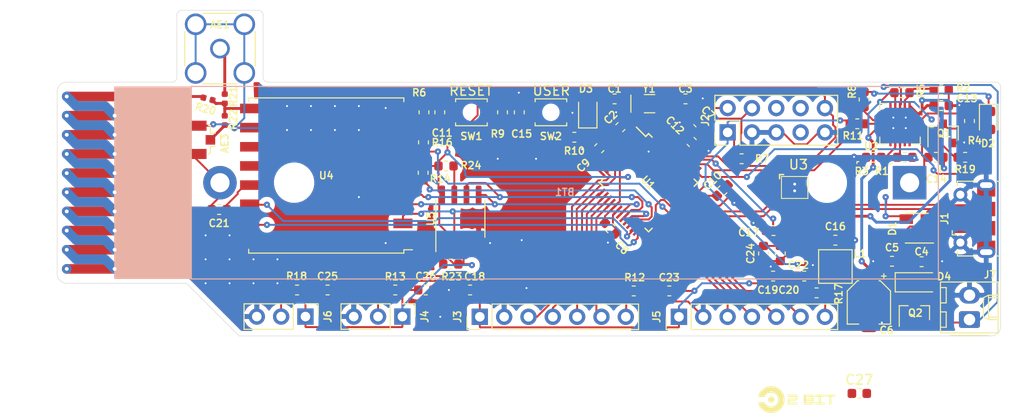
<source format=kicad_pcb>
(kicad_pcb (version 20171130) (host pcbnew "(5.1.10)-1")
  (layers (0 F.Cu signal) (31 B.Cu signal) (34 B.Paste user) (35 F.Paste user) (36 B.SilkS user) (37 F.SilkS user) (38 B.Mask user) (39 F.Mask user) (44 Edge.Cuts user))
  (net 0 "")
  (net 1 GND)
  (net 2 "Net-(AE1-Pad1)")
  (net 3 "Net-(AE2-Pad1)")
  (net 4 "Net-(BT1-Pad1)")
  (net 5 "Net-(C1-Pad2)")
  (net 6 "Net-(C2-Pad1)")
  (net 7 "Net-(C3-Pad2)")
  (net 8 VBUS)
  (net 9 "Net-(C7-Pad2)")
  (net 10 +3V3)
  (net 11 /RESET)
  (net 12 VCC)
  (net 13 /USR)
  (net 14 +3V0)
  (net 15 /D-)
  (net 16 /D+)
  (net 17 "Net-(D2-Pad1)")
  (net 18 "Net-(D3-Pad1)")
  (net 19 /LED0)
  (net 20 "Net-(J1-Pad4)")
  (net 21 /SWDIO)
  (net 22 /SWCLK)
  (net 23 "Net-(J2-Pad6)")
  (net 24 "Net-(J2-Pad7)")
  (net 25 "Net-(J2-Pad8)")
  (net 26 /S0.0)
  (net 27 /S0.1)
  (net 28 /S0.2)
  (net 29 /S0.3)
  (net 30 /GPIO0)
  (net 31 /P0)
  (net 32 /GPIO1)
  (net 33 /S1.3)
  (net 34 /S1.2)
  (net 35 /S1.1)
  (net 36 /S1.0)
  (net 37 /P1)
  (net 38 "Net-(L1-Pad2)")
  (net 39 "Net-(Q1-Pad1)")
  (net 40 "Net-(Q1-Pad3)")
  (net 41 "Net-(R1-Pad1)")
  (net 42 "Net-(R2-Pad1)")
  (net 43 "Net-(R3-Pad1)")
  (net 44 "Net-(R8-Pad1)")
  (net 45 /LOW_B)
  (net 46 /R_CS)
  (net 47 "Net-(R15-Pad1)")
  (net 48 /R_RST)
  (net 49 /CHGR_SEL)
  (net 50 "Net-(U1-Pad3)")
  (net 51 "Net-(U1-Pad10)")
  (net 52 "Net-(U1-Pad12)")
  (net 53 /MOSI)
  (net 54 /SCK)
  (net 55 /MISO)
  (net 56 /R_DIO0)
  (net 57 /R_DIO1)
  (net 58 "Net-(U1-Pad32)")
  (net 59 "Net-(U1-Pad41)")
  (net 60 "Net-(U1-Pad47)")
  (net 61 "Net-(U1-Pad48)")
  (net 62 "Net-(U2-Pad5)")
  (net 63 "Net-(U2-Pad6)")
  (net 64 "Net-(U4-Pad7)")
  (net 65 "Net-(U4-Pad11)")
  (net 66 "Net-(U4-Pad12)")
  (net 67 "Net-(U4-Pad16)")
  (net 68 "Net-(AE3-Pad1)")
  (net 69 "Net-(R20-Pad2)")
  (net 70 /F_CS)
  (net 71 /D_HOLD)
  (net 72 "Net-(C4-Pad2)")
  (net 73 /EX_POWR)
  (net 74 "Net-(C27-Pad1)")
  (net 75 "Net-(U1-Pad39)")
  (net 76 "Net-(U3-Pad6)")
  (net 77 "Net-(U3-Pad5)")
  (net 78 "Net-(U3-Pad4)")
  (module Package_DFN_QFN:Micrel_MLF-8-1EP_2x2mm_P0.5mm_EP0.8x1.3mm_ThermalVias (layer F.Cu) (at 133 85.5)
    (fp_text reference U3 (at 0.4 -2.39) (layer F.SilkS))
    (fp_text value MIC5330-3.3/3.0)
    (pad 9 smd rect (at 0 0) (size 0.8 1.3) (layers B.Cu))
    (pad 9 thru_hole circle (at 0 0.35) (size 0.6 0.6) (drill 0.3) (layers *.Cu))
    (pad 9 thru_hole circle (at 0 -0.35) (size 0.6 0.6) (drill 0.3) (layers *.Cu))
    (pad 9 smd rect (at 0 0) (size 0.8 1.3) (layers F.Cu F.Mask))
    (pad 8 smd rect (at 0.9 -0.75) (size 0.4 0.23) (layers F.Cu F.Paste F.Mask) (net 10 +3V3))
    (pad 7 smd rect (at 0.9 -0.25) (size 0.4 0.23) (layers F.Cu F.Paste F.Mask) (net 14 +3V0))
    (pad 6 smd rect (at 0.9 0.25) (size 0.4 0.23) (layers F.Cu F.Paste F.Mask) (net 76 "Net-(U3-Pad6)"))
    (pad 5 smd rect (at 0.9 0.75) (size 0.4 0.23) (layers F.Cu F.Paste F.Mask) (net 77 "Net-(U3-Pad5)"))
    (pad 4 smd rect (at -0.9 0.75) (size 0.4 0.23) (layers F.Cu F.Paste F.Mask) (net 78 "Net-(U3-Pad4)"))
    (pad 3 smd rect (at -0.9 0.25) (size 0.4 0.23) (layers F.Cu F.Paste F.Mask) (net 74 "Net-(C27-Pad1)"))
    (pad 2 smd rect (at -0.9 -0.25) (size 0.4 0.23) (layers F.Cu F.Paste F.Mask) (net 1 GND))
    (pad 1 smd rect (at -0.9 -0.75) (size 0.4 0.23) (layers F.Cu F.Paste F.Mask) (net 38 "Net-(L1-Pad2)"))
  )
  (module wrx:2bit_little (layer F.Cu) (at 133.182357 107.643337)
    (fp_text reference G1 hide)
    (fp_text value 2bit hide)
  )
  (module Capacitor_SMD:C_0603_1608Metric (layer F.Cu) (at 139.75 107)
    (fp_text reference C27 (at 0 -1.43) (layer F.SilkS))
    (fp_text value 0.1uF)
    (pad 2 smd roundrect (at 0.775 0) (size 0.9 0.95) (layers F.Cu F.Paste F.Mask) (net 1 GND))
    (pad 1 smd roundrect (at -0.775 0) (size 0.9 0.95) (layers F.Cu F.Paste F.Mask) (net 74 "Net-(C27-Pad1)"))
  )
  (module Battery:BatteryHolder_MPD_BH-18650-PC2 (layer B.Cu) (at 145 85 180)
    (fp_text reference BT1 (at 36 -1) (layer B.SilkS) (effects (font (size 0.75 0.75)) (justify mirror)))
    (fp_text value 18650)
    (pad "" np_thru_hole circle (at 64.255 0 180) (size 3.2 3.2) (drill 3.2) (layers *.Cu *.Mask))
    (pad "" np_thru_hole circle (at 8.645 0 180) (size 3.2 3.2) (drill 3.2) (layers *.Cu *.Mask))
    (pad 1 thru_hole rect (at 0 0 180) (size 3.5 3.5) (drill 2) (layers *.Cu *.Mask) (net 4 "Net-(BT1-Pad1)"))
    (pad 2 thru_hole circle (at 72 0 180) (size 3.5 3.5) (drill 2) (layers *.Cu *.Mask) (net 1 GND))
  )
  (module Capacitor_SMD:C_0603_1608Metric (layer F.Cu) (at 114.2 76.25)
    (fp_text reference C1 (at 0 -1.05) (layer F.SilkS) (effects (font (size 0.75 0.75))))
    (fp_text value 22uF)
    (pad 1 smd roundrect (at -0.7875 0) (size 0.875 0.95) (layers F.Cu F.Paste F.Mask) (net 1 GND))
    (pad 2 smd roundrect (at 0.7875 0) (size 0.875 0.95) (layers F.Cu F.Paste F.Mask) (net 5 "Net-(C1-Pad2)"))
  )
  (module Capacitor_SMD:C_0603_1608Metric (layer F.Cu) (at 114.8 79.2 45)
    (fp_text reference C2 (at 0 -1.43 45) (layer F.SilkS) (effects (font (size 0.75 0.75))))
    (fp_text value C)
    (pad 2 smd roundrect (at 0.7875 0 45) (size 0.875 0.95) (layers F.Cu F.Paste F.Mask) (net 1 GND))
    (pad 1 smd roundrect (at -0.7875 0 45) (size 0.875 0.95) (layers F.Cu F.Paste F.Mask) (net 6 "Net-(C2-Pad1)"))
  )
  (module Capacitor_SMD:C_0603_1608Metric (layer F.Cu) (at 121.6 76.25 180)
    (fp_text reference C3 (at 0 1.05) (layer F.SilkS) (effects (font (size 0.75 0.75))))
    (fp_text value 22uF)
    (pad 2 smd roundrect (at 0.7875 0 180) (size 0.875 0.95) (layers F.Cu F.Paste F.Mask) (net 7 "Net-(C3-Pad2)"))
    (pad 1 smd roundrect (at -0.7875 0 180) (size 0.875 0.95) (layers F.Cu F.Paste F.Mask) (net 1 GND))
  )
  (module Capacitor_SMD:C_0603_1608Metric (layer F.Cu) (at 146.25 93.25 180)
    (fp_text reference C4 (at 0 1.05) (layer F.SilkS) (effects (font (size 0.75 0.75))))
    (fp_text value 1uF)
    (pad 2 smd roundrect (at 0.7875 0 180) (size 0.875 0.95) (layers F.Cu F.Paste F.Mask) (net 72 "Net-(C4-Pad2)"))
    (pad 1 smd roundrect (at -0.7875 0 180) (size 0.875 0.95) (layers F.Cu F.Paste F.Mask) (net 1 GND))
  )
  (module Capacitor_SMD:C_0603_1608Metric (layer F.Cu) (at 143.1625 93.2)
    (fp_text reference C5 (at 0 -1.43) (layer F.SilkS) (effects (font (size 0.75 0.75))))
    (fp_text value 1uF)
    (pad 1 smd roundrect (at -0.7875 0) (size 0.875 0.95) (layers F.Cu F.Paste F.Mask) (net 1 GND))
    (pad 2 smd roundrect (at 0.7875 0) (size 0.875 0.95) (layers F.Cu F.Paste F.Mask) (net 72 "Net-(C4-Pad2)"))
  )
  (module Capacitor_SMD:C_0603_1608Metric (layer F.Cu) (at 122.943153 78.693153 315)
    (fp_text reference C7 (at 0 -1.43 135) (layer F.SilkS) (effects (font (size 0.75 0.75))))
    (fp_text value C)
    (pad 1 smd roundrect (at -0.7875 0 315) (size 0.875 0.95) (layers F.Cu F.Paste F.Mask) (net 1 GND))
    (pad 2 smd roundrect (at 0.7875 0 315) (size 0.875 0.95) (layers F.Cu F.Paste F.Mask) (net 9 "Net-(C7-Pad2)"))
  )
  (module Capacitor_SMD:C_0603_1608Metric (layer F.Cu) (at 113.75 89.75 315)
    (fp_text reference C8 (at 2.30234 0.590576 135) (layer F.SilkS) (effects (font (size 0.75 0.75))))
    (fp_text value 0.1uF)
    (pad 2 smd roundrect (at 0.7875 0 315) (size 0.875 0.95) (layers F.Cu F.Paste F.Mask) (net 1 GND))
    (pad 1 smd roundrect (at -0.7875 0 315) (size 0.875 0.95) (layers F.Cu F.Paste F.Mask) (net 10 +3V3))
  )
  (module Capacitor_SMD:C_0603_1608Metric (layer F.Cu) (at 112.6 81.4 225)
    (fp_text reference C9 (at 2.448852 -0.11144 45) (layer F.SilkS) (effects (font (size 0.75 0.75))))
    (fp_text value 0.1uF)
    (pad 2 smd roundrect (at 0.7875 0 225) (size 0.875 0.95) (layers F.Cu F.Paste F.Mask) (net 1 GND))
    (pad 1 smd roundrect (at -0.7875 0 225) (size 0.875 0.95) (layers F.Cu F.Paste F.Mask) (net 10 +3V3))
  )
  (module Capacitor_SMD:C_0603_1608Metric (layer F.Cu) (at 125.443153 85.806847 45)
    (fp_text reference C10 (at 0 -1.43 45) (layer F.SilkS) (effects (font (size 0.75 0.75))))
    (fp_text value 0.1uF)
    (pad 1 smd roundrect (at -0.7875 0 45) (size 0.875 0.95) (layers F.Cu F.Paste F.Mask) (net 10 +3V3))
    (pad 2 smd roundrect (at 0.7875 0 45) (size 0.875 0.95) (layers F.Cu F.Paste F.Mask) (net 1 GND))
  )
  (module Capacitor_SMD:C_0603_1608Metric (layer F.Cu) (at 95.95 77.65 90)
    (fp_text reference C11 (at -2.15 0.25 180) (layer F.SilkS) (effects (font (size 0.75 0.75))))
    (fp_text value 0.1uF)
    (pad 1 smd roundrect (at -0.7875 0 90) (size 0.875 0.95) (layers F.Cu F.Paste F.Mask) (net 11 /RESET))
    (pad 2 smd roundrect (at 0.7875 0 90) (size 0.875 0.95) (layers F.Cu F.Paste F.Mask) (net 1 GND))
  )
  (module Capacitor_SMD:C_0603_1608Metric (layer F.Cu) (at 122.25 80.75 315)
    (fp_text reference C12 (at -2.474874 0 135) (layer F.SilkS) (effects (font (size 0.75 0.75))))
    (fp_text value 0.1uF)
    (pad 1 smd roundrect (at -0.7875 0 315) (size 0.875 0.95) (layers F.Cu F.Paste F.Mask) (net 10 +3V3))
    (pad 2 smd roundrect (at 0.7875 0 315) (size 0.875 0.95) (layers F.Cu F.Paste F.Mask) (net 1 GND))
  )
  (module Capacitor_SMD:C_0603_1608Metric (layer F.Cu) (at 148.3 76.95 180)
    (fp_text reference C13 (at -2.7 0.75) (layer F.SilkS) (effects (font (size 0.75 0.75))))
    (fp_text value C)
    (pad 1 smd roundrect (at -0.7875 0 180) (size 0.875 0.95) (layers F.Cu F.Paste F.Mask) (net 1 GND))
    (pad 2 smd roundrect (at 0.7875 0 180) (size 0.875 0.95) (layers F.Cu F.Paste F.Mask) (net 12 VCC))
  )
  (module Capacitor_SMD:C_0603_1608Metric (layer F.Cu) (at 147.75 82.35)
    (fp_text reference C14 (at 0.05 2.25) (layer F.SilkS) (effects (font (size 0.75 0.75))))
    (fp_text value 10uF)
    (pad 2 smd roundrect (at 0.7875 0) (size 0.875 0.95) (layers F.Cu F.Paste F.Mask) (net 1 GND))
    (pad 1 smd roundrect (at -0.7875 0) (size 0.875 0.95) (layers F.Cu F.Paste F.Mask) (net 4 "Net-(BT1-Pad1)"))
  )
  (module Capacitor_SMD:C_0603_1608Metric (layer F.Cu) (at 104.25 77.65 90)
    (fp_text reference C15 (at -2.25 0.25 180) (layer F.SilkS) (effects (font (size 0.75 0.75))))
    (fp_text value 0.1uF)
    (pad 2 smd roundrect (at 0.7875 0 90) (size 0.875 0.95) (layers F.Cu F.Paste F.Mask) (net 1 GND))
    (pad 1 smd roundrect (at -0.7875 0 90) (size 0.875 0.95) (layers F.Cu F.Paste F.Mask) (net 13 /USR))
  )
  (module Capacitor_SMD:C_0603_1608Metric (layer F.Cu) (at 137.25 91)
    (fp_text reference C16 (at 0 -1.43) (layer F.SilkS) (effects (font (size 0.75 0.75))))
    (fp_text value 10uF)
    (pad 2 smd roundrect (at 0.7875 0) (size 0.875 0.95) (layers F.Cu F.Paste F.Mask) (net 1 GND))
    (pad 1 smd roundrect (at -0.7875 0) (size 0.875 0.95) (layers F.Cu F.Paste F.Mask) (net 12 VCC))
  )
  (module Capacitor_SMD:C_0603_1608Metric (layer F.Cu) (at 130.7875 90 180)
    (fp_text reference C17 (at 2.5875 -0.2) (layer F.SilkS) (effects (font (size 0.75 0.75))))
    (fp_text value 0.1uF)
    (pad 1 smd roundrect (at -0.7875 0 180) (size 0.875 0.95) (layers F.Cu F.Paste F.Mask) (net 12 VCC))
    (pad 2 smd roundrect (at 0.7875 0 180) (size 0.875 0.95) (layers F.Cu F.Paste F.Mask) (net 1 GND))
  )
  (module Capacitor_SMD:C_0603_1608Metric (layer F.Cu) (at 99.1125 96.2 180)
    (fp_text reference C18 (at -0.4875 1.4) (layer F.SilkS) (effects (font (size 0.75 0.75))))
    (fp_text value 0.1uF)
    (pad 1 smd roundrect (at -0.7875 0 180) (size 0.875 0.95) (layers F.Cu F.Paste F.Mask) (net 14 +3V0))
    (pad 2 smd roundrect (at 0.7875 0 180) (size 0.875 0.95) (layers F.Cu F.Paste F.Mask) (net 1 GND))
  )
  (module Capacitor_SMD:C_0603_1608Metric (layer F.Cu) (at 130.75 94.75 180)
    (fp_text reference C19 (at 0.55 -1.45) (layer F.SilkS) (effects (font (size 0.75 0.75))))
    (fp_text value 10uF)
    (pad 2 smd roundrect (at 0.7875 0 180) (size 0.875 0.95) (layers F.Cu F.Paste F.Mask) (net 1 GND))
    (pad 1 smd roundrect (at -0.7875 0 180) (size 0.875 0.95) (layers F.Cu F.Paste F.Mask) (net 10 +3V3))
  )
  (module Capacitor_SMD:C_0603_1608Metric (layer F.Cu) (at 134 94.75)
    (fp_text reference C20 (at -1.6 1.45 180) (layer F.SilkS) (effects (font (size 0.75 0.75))))
    (fp_text value 0.1uF)
    (pad 2 smd roundrect (at 0.7875 0) (size 0.875 0.95) (layers F.Cu F.Paste F.Mask) (net 1 GND))
    (pad 1 smd roundrect (at -0.7875 0) (size 0.875 0.95) (layers F.Cu F.Paste F.Mask) (net 10 +3V3))
  )
  (module Capacitor_SMD:C_0603_1608Metric (layer F.Cu) (at 72.9125 87.8 180)
    (fp_text reference C21 (at 0 -1.43) (layer F.SilkS) (effects (font (size 0.75 0.75))))
    (fp_text value 0.1uF)
    (pad 2 smd roundrect (at 0.7875 0 180) (size 0.875 0.95) (layers F.Cu F.Paste F.Mask) (net 1 GND))
    (pad 1 smd roundrect (at -0.7875 0 180) (size 0.875 0.95) (layers F.Cu F.Paste F.Mask) (net 10 +3V3))
  )
  (module Capacitor_SMD:C_0603_1608Metric (layer F.Cu) (at 131.5 92.3875 270)
    (fp_text reference C22 (at 1.2125 -1.9 180) (layer F.SilkS) (effects (font (size 0.75 0.75))))
    (fp_text value 10uF)
    (pad 1 smd roundrect (at -0.7875 0 270) (size 0.875 0.95) (layers F.Cu F.Paste F.Mask) (net 14 +3V0))
    (pad 2 smd roundrect (at 0.7875 0 270) (size 0.875 0.95) (layers F.Cu F.Paste F.Mask) (net 1 GND))
  )
  (module Capacitor_SMD:C_0603_1608Metric (layer F.Cu) (at 119.9125 96.3 180)
    (fp_text reference C23 (at 0.0125 1.4) (layer F.SilkS) (effects (font (size 0.75 0.75))))
    (fp_text value 0.1uF)
    (pad 2 smd roundrect (at 0.7875 0 180) (size 0.875 0.95) (layers F.Cu F.Paste F.Mask) (net 1 GND))
    (pad 1 smd roundrect (at -0.7875 0 180) (size 0.875 0.95) (layers F.Cu F.Paste F.Mask) (net 14 +3V0))
  )
  (module Capacitor_SMD:C_0603_1608Metric (layer F.Cu) (at 129.75 92.3875 270)
    (fp_text reference C24 (at 0 1.35 90) (layer F.SilkS) (effects (font (size 0.75 0.75))))
    (fp_text value 0.1uF)
    (pad 1 smd roundrect (at -0.7875 0 270) (size 0.875 0.95) (layers F.Cu F.Paste F.Mask) (net 14 +3V0))
    (pad 2 smd roundrect (at 0.7875 0 270) (size 0.875 0.95) (layers F.Cu F.Paste F.Mask) (net 1 GND))
  )
  (module Capacitor_SMD:C_0603_1608Metric (layer F.Cu) (at 84.2375 96.2)
    (fp_text reference C25 (at 0 -1.43) (layer F.SilkS) (effects (font (size 0.75 0.75))))
    (fp_text value 0.1uF)
    (pad 1 smd roundrect (at -0.7875 0) (size 0.875 0.95) (layers F.Cu F.Paste F.Mask) (net 10 +3V3))
    (pad 2 smd roundrect (at 0.7875 0) (size 0.875 0.95) (layers F.Cu F.Paste F.Mask) (net 1 GND))
  )
  (module Capacitor_SMD:C_0603_1608Metric (layer F.Cu) (at 94.4875 96.2)
    (fp_text reference C26 (at 0 -1.43) (layer F.SilkS) (effects (font (size 0.75 0.75))))
    (fp_text value 0.1uF)
    (pad 1 smd roundrect (at -0.7875 0) (size 0.875 0.95) (layers F.Cu F.Paste F.Mask) (net 10 +3V3))
    (pad 2 smd roundrect (at 0.7875 0) (size 0.875 0.95) (layers F.Cu F.Paste F.Mask) (net 1 GND))
  )
  (module Package_TO_SOT_SMD:SOT-143 (layer F.Cu) (at 145.75 89.75 180)
    (fp_text reference D1 (at 2.55 -0.05 90) (layer F.SilkS) (effects (font (size 0.75 0.75))))
    (fp_text value SP0503BAHT)
    (pad 1 smd rect (at -1.1 -0.77 90) (size 1.2 1.4) (layers F.Cu F.Paste F.Mask) (net 1 GND))
    (pad 2 smd rect (at -1.1 0.95 90) (size 1 1.4) (layers F.Cu F.Paste F.Mask) (net 15 /D-))
    (pad 3 smd rect (at 1.1 0.95 90) (size 1 1.4) (layers F.Cu F.Paste F.Mask) (net 16 /D+))
    (pad 4 smd rect (at 1.1 -0.95 90) (size 1 1.4) (layers F.Cu F.Paste F.Mask) (net 72 "Net-(C4-Pad2)"))
  )
  (module LED_SMD:LED_0805_2012Metric (layer F.Cu) (at 153.25 78.5 270)
    (fp_text reference D2 (at 2.4 0.05 180) (layer F.SilkS) (effects (font (size 0.75 0.75))))
    (fp_text value ORANGE)
    (pad 2 smd roundrect (at 0.9375 0 270) (size 0.975 1.4) (layers F.Cu F.Paste F.Mask) (net 8 VBUS))
    (pad 1 smd roundrect (at -0.9375 0 270) (size 0.975 1.4) (layers F.Cu F.Paste F.Mask) (net 17 "Net-(D2-Pad1)"))
  )
  (module LED_SMD:LED_0805_2012Metric (layer F.Cu) (at 111.4 77.6 90)
    (fp_text reference D3 (at 2.4 -0.2 180) (layer F.SilkS) (effects (font (size 0.75 0.75))))
    (fp_text value RED)
    (pad 2 smd roundrect (at 0.9375 0 90) (size 0.975 1.4) (layers F.Cu F.Paste F.Mask) (net 19 /LED0))
    (pad 1 smd roundrect (at -0.9375 0 90) (size 0.975 1.4) (layers F.Cu F.Paste F.Mask) (net 18 "Net-(D3-Pad1)"))
  )
  (module Connector_USB:USB_Micro-B_Molex-105017-0001 (layer F.Cu) (at 151.7625 88.75 90)
    (fp_text reference J1 (at 0 -3.1125 90) (layer F.SilkS) (effects (font (size 0.75 0.75))))
    (fp_text value USB_B_Micro)
    (pad 6 smd rect (at -2.9 1.2375 90) (size 1.2 1.9) (layers F.Cu F.Mask) (net 1 GND))
    (pad 6 smd rect (at 2.9 1.2375 90) (size 1.2 1.9) (layers F.Cu F.Mask) (net 1 GND))
    (pad 6 thru_hole oval (at 3.5 1.2375 90) (size 1.2 1.9) (drill oval 0.6 1.3) (layers *.Cu *.Mask) (net 1 GND))
    (pad 6 thru_hole oval (at -3.5 1.2375 270) (size 1.2 1.9) (drill oval 0.6 1.3) (layers *.Cu *.Mask) (net 1 GND))
    (pad 6 smd rect (at -1 1.2375 90) (size 1.5 1.9) (layers F.Cu F.Paste F.Mask) (net 1 GND))
    (pad 6 thru_hole circle (at 2.5 -1.4625 90) (size 1.45 1.45) (drill 0.85) (layers *.Cu *.Mask) (net 1 GND))
    (pad 3 smd rect (at 0 -1.4625 90) (size 0.4 1.35) (layers F.Cu F.Paste F.Mask) (net 16 /D+))
    (pad 4 smd rect (at 0.65 -1.4625 90) (size 0.4 1.35) (layers F.Cu F.Paste F.Mask) (net 20 "Net-(J1-Pad4)"))
    (pad 5 smd rect (at 1.3 -1.4625 90) (size 0.4 1.35) (layers F.Cu F.Paste F.Mask) (net 1 GND))
    (pad 1 smd rect (at -1.3 -1.4625 90) (size 0.4 1.35) (layers F.Cu F.Paste F.Mask) (net 72 "Net-(C4-Pad2)"))
    (pad 2 smd rect (at -0.65 -1.4625 90) (size 0.4 1.35) (layers F.Cu F.Paste F.Mask) (net 15 /D-))
    (pad 6 thru_hole circle (at -2.5 -1.4625 90) (size 1.45 1.45) (drill 0.85) (layers *.Cu *.Mask) (net 1 GND))
    (pad 6 smd rect (at 1 1.2375 90) (size 1.5 1.9) (layers F.Cu F.Paste F.Mask) (net 1 GND))
  )
  (module Connector_PinHeader_2.54mm:PinHeader_2x05_P2.54mm_Vertical (layer F.Cu) (at 126 79.75 90)
    (fp_text reference J2 (at 1.27 -2.33 90) (layer F.SilkS) (effects (font (size 0.75 0.75))))
    (fp_text value ARM_SWD)
    (pad 1 thru_hole rect (at 0 0 90) (size 1.7 1.7) (drill 1) (layers *.Cu *.Mask) (net 10 +3V3))
    (pad 2 thru_hole oval (at 2.54 0 90) (size 1.7 1.7) (drill 1) (layers *.Cu *.Mask) (net 21 /SWDIO))
    (pad 3 thru_hole oval (at 0 2.54 90) (size 1.7 1.7) (drill 1) (layers *.Cu *.Mask) (net 1 GND))
    (pad 4 thru_hole oval (at 2.54 2.54 90) (size 1.7 1.7) (drill 1) (layers *.Cu *.Mask) (net 22 /SWCLK))
    (pad 5 thru_hole oval (at 0 5.08 90) (size 1.7 1.7) (drill 1) (layers *.Cu *.Mask) (net 1 GND))
    (pad 6 thru_hole oval (at 2.54 5.08 90) (size 1.7 1.7) (drill 1) (layers *.Cu *.Mask) (net 23 "Net-(J2-Pad6)"))
    (pad 7 thru_hole oval (at 0 7.62 90) (size 1.7 1.7) (drill 1) (layers *.Cu *.Mask) (net 24 "Net-(J2-Pad7)"))
    (pad 8 thru_hole oval (at 2.54 7.62 90) (size 1.7 1.7) (drill 1) (layers *.Cu *.Mask) (net 25 "Net-(J2-Pad8)"))
    (pad 9 thru_hole oval (at 0 10.16 90) (size 1.7 1.7) (drill 1) (layers *.Cu *.Mask) (net 1 GND))
    (pad 10 thru_hole oval (at 2.54 10.16 90) (size 1.7 1.7) (drill 1) (layers *.Cu *.Mask) (net 11 /RESET))
  )
  (module Connector_PinHeader_2.54mm:PinHeader_1x07_P2.54mm_Vertical (layer F.Cu) (at 100.13 99 90)
    (fp_text reference J3 (at 0 -2.33 90) (layer F.SilkS) (effects (font (size 0.75 0.75))))
    (fp_text value MODULE0)
    (pad 7 thru_hole oval (at 0 15.24 90) (size 1.7 1.7) (drill 1) (layers *.Cu *.Mask) (net 30 /GPIO0))
    (pad 6 thru_hole oval (at 0 12.7 90) (size 1.7 1.7) (drill 1) (layers *.Cu *.Mask) (net 29 /S0.3))
    (pad 5 thru_hole oval (at 0 10.16 90) (size 1.7 1.7) (drill 1) (layers *.Cu *.Mask) (net 28 /S0.2))
    (pad 4 thru_hole oval (at 0 7.62 90) (size 1.7 1.7) (drill 1) (layers *.Cu *.Mask) (net 27 /S0.1))
    (pad 3 thru_hole oval (at 0 5.08 90) (size 1.7 1.7) (drill 1) (layers *.Cu *.Mask) (net 26 /S0.0))
    (pad 2 thru_hole oval (at 0 2.54 90) (size 1.7 1.7) (drill 1) (layers *.Cu *.Mask) (net 1 GND))
    (pad 1 thru_hole rect (at 0 0 90) (size 1.7 1.7) (drill 1) (layers *.Cu *.Mask) (net 14 +3V0))
  )
  (module Connector_PinHeader_2.54mm:PinHeader_1x03_P2.54mm_Vertical (layer F.Cu) (at 92.044999 98.975001 270)
    (fp_text reference J4 (at 0 -2.33 90) (layer F.SilkS) (effects (font (size 0.75 0.75))))
    (fp_text value PULSE0)
    (pad 3 thru_hole oval (at 0 5.08 270) (size 1.7 1.7) (drill 1) (layers *.Cu *.Mask) (net 1 GND))
    (pad 2 thru_hole oval (at 0 2.54 270) (size 1.7 1.7) (drill 1) (layers *.Cu *.Mask) (net 31 /P0))
    (pad 1 thru_hole rect (at 0 0 270) (size 1.7 1.7) (drill 1) (layers *.Cu *.Mask) (net 10 +3V3))
  )
  (module Connector_PinHeader_2.54mm:PinHeader_1x07_P2.54mm_Vertical (layer F.Cu) (at 120.92 99 90)
    (fp_text reference J5 (at 0 -2.33 90) (layer F.SilkS) (effects (font (size 0.75 0.75))))
    (fp_text value MODULE1)
    (pad 1 thru_hole rect (at 0 0 90) (size 1.7 1.7) (drill 1) (layers *.Cu *.Mask) (net 14 +3V0))
    (pad 2 thru_hole oval (at 0 2.54 90) (size 1.7 1.7) (drill 1) (layers *.Cu *.Mask) (net 1 GND))
    (pad 3 thru_hole oval (at 0 5.08 90) (size 1.7 1.7) (drill 1) (layers *.Cu *.Mask) (net 36 /S1.0))
    (pad 4 thru_hole oval (at 0 7.62 90) (size 1.7 1.7) (drill 1) (layers *.Cu *.Mask) (net 35 /S1.1))
    (pad 5 thru_hole oval (at 0 10.16 90) (size 1.7 1.7) (drill 1) (layers *.Cu *.Mask) (net 34 /S1.2))
    (pad 6 thru_hole oval (at 0 12.7 90) (size 1.7 1.7) (drill 1) (layers *.Cu *.Mask) (net 33 /S1.3))
    (pad 7 thru_hole oval (at 0 15.24 90) (size 1.7 1.7) (drill 1) (layers *.Cu *.Mask) (net 32 /GPIO1))
  )
  (module Connector_PinHeader_2.54mm:PinHeader_1x03_P2.54mm_Vertical (layer F.Cu) (at 81.924999 98.975001 270)
    (fp_text reference J6 (at 0 -2.33 90) (layer F.SilkS) (effects (font (size 0.75 0.75))))
    (fp_text value PULSE1)
    (pad 3 thru_hole oval (at 0 5.08 270) (size 1.7 1.7) (drill 1) (layers *.Cu *.Mask) (net 1 GND))
    (pad 2 thru_hole oval (at 0 2.54 270) (size 1.7 1.7) (drill 1) (layers *.Cu *.Mask) (net 37 /P1))
    (pad 1 thru_hole rect (at 0 0 270) (size 1.7 1.7) (drill 1) (layers *.Cu *.Mask) (net 10 +3V3))
  )
  (module puls:LQH3NPN (layer F.Cu) (at 137.5 92 180)
    (fp_text reference L1 (at -2.3 -0.4) (layer F.SilkS) (effects (font (size 0.75 0.75))))
    (fp_text value 4.7uH)
    (pad 1 smd rect (at -0.75 -1.75 180) (size 1 3) (layers F.Cu F.Paste F.Mask) (net 12 VCC))
    (pad 2 smd rect (at 1.25 -1.75 180) (size 1 3) (layers F.Cu F.Paste F.Mask) (net 38 "Net-(L1-Pad2)"))
  )
  (module Package_TO_SOT_SMD:SOT-23 (layer F.Cu) (at 148.5 79.85 90)
    (fp_text reference Q1 (at 0 0.1 180) (layer F.SilkS) (effects (font (size 0.75 0.75))))
    (fp_text value Q_NPN_BEC)
    (pad 1 smd rect (at -1 -0.95 90) (size 0.9 0.8) (layers F.Cu F.Paste F.Mask) (net 39 "Net-(Q1-Pad1)"))
    (pad 2 smd rect (at -1 0.95 90) (size 0.9 0.8) (layers F.Cu F.Paste F.Mask) (net 1 GND))
    (pad 3 smd rect (at 1 0 90) (size 0.9 0.8) (layers F.Cu F.Paste F.Mask) (net 40 "Net-(Q1-Pad3)"))
  )
  (module Resistor_SMD:R_0603_1608Metric (layer F.Cu) (at 144.5 82.35)
    (fp_text reference R1 (at -2.4 1.45) (layer F.SilkS) (effects (font (size 0.75 0.75))))
    (fp_text value 1K)
    (pad 1 smd roundrect (at -0.7875 0) (size 0.875 0.95) (layers F.Cu F.Paste F.Mask) (net 41 "Net-(R1-Pad1)"))
    (pad 2 smd roundrect (at 0.7875 0) (size 0.875 0.95) (layers F.Cu F.Paste F.Mask) (net 1 GND))
  )
  (module Resistor_SMD:R_0603_1608Metric (layer F.Cu) (at 148.3 75.3)
    (fp_text reference R2 (at 2.3 -0.2) (layer F.SilkS) (effects (font (size 0.75 0.75))))
    (fp_text value 100K)
    (pad 1 smd roundrect (at -0.7875 0) (size 0.875 0.95) (layers F.Cu F.Paste F.Mask) (net 42 "Net-(R2-Pad1)"))
    (pad 2 smd roundrect (at 0.7875 0) (size 0.875 0.95) (layers F.Cu F.Paste F.Mask) (net 1 GND))
  )
  (module Resistor_SMD:R_0603_1608Metric (layer F.Cu) (at 141.25 82.35 180)
    (fp_text reference R3 (at 1.25 -1.45) (layer F.SilkS) (effects (font (size 0.75 0.75))))
    (fp_text value 25K)
    (pad 2 smd roundrect (at 0.7875 0 180) (size 0.875 0.95) (layers F.Cu F.Paste F.Mask) (net 1 GND))
    (pad 1 smd roundrect (at -0.7875 0 180) (size 0.875 0.95) (layers F.Cu F.Paste F.Mask) (net 43 "Net-(R3-Pad1)"))
  )
  (module Resistor_SMD:R_0603_1608Metric (layer F.Cu) (at 151.25 78.5625 90)
    (fp_text reference R4 (at -2.0375 0.55 180) (layer F.SilkS) (effects (font (size 0.75 0.75))))
    (fp_text value 10K)
    (pad 1 smd roundrect (at -0.7875 0 90) (size 0.875 0.95) (layers F.Cu F.Paste F.Mask) (net 40 "Net-(Q1-Pad3)"))
    (pad 2 smd roundrect (at 0.7875 0 90) (size 0.875 0.95) (layers F.Cu F.Paste F.Mask) (net 8 VBUS))
  )
  (module Resistor_SMD:R_0603_1608Metric (layer F.Cu) (at 144.2 75.6)
    (fp_text reference R5 (at 2 -0.2 90) (layer F.SilkS) (effects (font (size 0.75 0.75))))
    (fp_text value 270K)
    (pad 2 smd roundrect (at 0.7875 0) (size 0.875 0.95) (layers F.Cu F.Paste F.Mask) (net 42 "Net-(R2-Pad1)"))
    (pad 1 smd roundrect (at -0.7875 0) (size 0.875 0.95) (layers F.Cu F.Paste F.Mask) (net 8 VBUS))
  )
  (module Resistor_SMD:R_0603_1608Metric (layer F.Cu) (at 94.3 77.65 270)
    (fp_text reference R6 (at -2.05 0.5 180) (layer F.SilkS) (effects (font (size 0.75 0.75))))
    (fp_text value 10K)
    (pad 1 smd roundrect (at -0.7875 0 270) (size 0.875 0.95) (layers F.Cu F.Paste F.Mask) (net 10 +3V3))
    (pad 2 smd roundrect (at 0.7875 0 270) (size 0.875 0.95) (layers F.Cu F.Paste F.Mask) (net 11 /RESET))
  )
  (module Resistor_SMD:R_0603_1608Metric (layer F.Cu) (at 127.4625 82.5)
    (fp_text reference R7 (at 2.1375 0) (layer F.SilkS) (effects (font (size 0.75 0.75))))
    (fp_text value DNP)
    (pad 2 smd roundrect (at 0.7875 0) (size 0.875 0.95) (layers F.Cu F.Paste F.Mask) (net 22 /SWCLK))
    (pad 1 smd roundrect (at -0.7875 0) (size 0.875 0.95) (layers F.Cu F.Paste F.Mask) (net 10 +3V3))
  )
  (module Resistor_SMD:R_0603_1608Metric (layer F.Cu) (at 140.25 76.3125 90)
    (fp_text reference R8 (at 0.8125 -1.25 270) (layer F.SilkS) (effects (font (size 0.75 0.75))))
    (fp_text value 470)
    (pad 1 smd roundrect (at -0.7875 0 90) (size 0.875 0.95) (layers F.Cu F.Paste F.Mask) (net 44 "Net-(R8-Pad1)"))
    (pad 2 smd roundrect (at 0.7875 0 90) (size 0.875 0.95) (layers F.Cu F.Paste F.Mask) (net 17 "Net-(D2-Pad1)"))
  )
  (module Resistor_SMD:R_0603_1608Metric (layer F.Cu) (at 102.5 77.65 270)
    (fp_text reference R9 (at 2.25 0.5 180) (layer F.SilkS) (effects (font (size 0.75 0.75))))
    (fp_text value 10K)
    (pad 2 smd roundrect (at 0.7875 0 270) (size 0.875 0.95) (layers F.Cu F.Paste F.Mask) (net 13 /USR))
    (pad 1 smd roundrect (at -0.7875 0 270) (size 0.875 0.95) (layers F.Cu F.Paste F.Mask) (net 10 +3V3))
  )
  (module Resistor_SMD:R_0603_1608Metric (layer F.Cu) (at 110 80.25 180)
    (fp_text reference R10 (at 0 -1.43) (layer F.SilkS) (effects (font (size 0.75 0.75))))
    (fp_text value 470)
    (pad 2 smd roundrect (at 0.7875 0 180) (size 0.875 0.95) (layers F.Cu F.Paste F.Mask) (net 1 GND))
    (pad 1 smd roundrect (at -0.7875 0 180) (size 0.875 0.95) (layers F.Cu F.Paste F.Mask) (net 18 "Net-(D3-Pad1)"))
  )
  (module Resistor_SMD:R_0603_1608Metric (layer F.Cu) (at 139.5375 78.85)
    (fp_text reference R11 (at -0.4375 1.25) (layer F.SilkS) (effects (font (size 0.75 0.75))))
    (fp_text value 10K)
    (pad 2 smd roundrect (at 0.7875 0) (size 0.875 0.95) (layers F.Cu F.Paste F.Mask) (net 45 /LOW_B))
    (pad 1 smd roundrect (at -0.7875 0) (size 0.875 0.95) (layers F.Cu F.Paste F.Mask) (net 10 +3V3))
  )
  (module Resistor_SMD:R_0603_1608Metric (layer F.Cu) (at 116.2 96.3 180)
    (fp_text reference R12 (at -0.1 1.4) (layer F.SilkS) (effects (font (size 0.75 0.75))))
    (fp_text value 10K)
    (pad 2 smd roundrect (at 0.7875 0 180) (size 0.875 0.95) (layers F.Cu F.Paste F.Mask) (net 30 /GPIO0))
    (pad 1 smd roundrect (at -0.7875 0 180) (size 0.875 0.95) (layers F.Cu F.Paste F.Mask) (net 14 +3V0))
  )
  (module Resistor_SMD:R_0603_1608Metric (layer F.Cu) (at 91.3 96.2 180)
    (fp_text reference R13 (at 0 1.4) (layer F.SilkS) (effects (font (size 0.75 0.75))))
    (fp_text value 10K)
    (pad 1 smd roundrect (at -0.7875 0 180) (size 0.875 0.95) (layers F.Cu F.Paste F.Mask) (net 10 +3V3))
    (pad 2 smd roundrect (at 0.7875 0 180) (size 0.875 0.95) (layers F.Cu F.Paste F.Mask) (net 31 /P0))
  )
  (module Resistor_SMD:R_0603_1608Metric (layer F.Cu) (at 94.2125 83.9625 270)
    (fp_text reference R14 (at 0.6375 -1.7875 180) (layer F.SilkS) (effects (font (size 0.75 0.75))))
    (fp_text value R)
    (pad 2 smd roundrect (at 0.7875 0 270) (size 0.875 0.95) (layers F.Cu F.Paste F.Mask) (net 46 /R_CS))
    (pad 1 smd roundrect (at -0.7875 0 270) (size 0.875 0.95) (layers F.Cu F.Paste F.Mask) (net 10 +3V3))
  )
  (module Resistor_SMD:R_0603_1608Metric (layer F.Cu) (at 94.25 80.7875 270)
    (fp_text reference R16 (at 0.0125 -1.95 180) (layer F.SilkS) (effects (font (size 0.75 0.75))))
    (fp_text value R)
    (pad 1 smd roundrect (at -0.7875 0 270) (size 0.875 0.95) (layers F.Cu F.Paste F.Mask) (net 10 +3V3))
    (pad 2 smd roundrect (at 0.7875 0 270) (size 0.875 0.95) (layers F.Cu F.Paste F.Mask) (net 48 /R_RST))
  )
  (module Resistor_SMD:R_0603_1608Metric (layer F.Cu) (at 135.2875 96.5)
    (fp_text reference R17 (at 2.3125 0.1 90) (layer F.SilkS) (effects (font (size 0.75 0.75))))
    (fp_text value 10K)
    (pad 1 smd roundrect (at -0.7875 0) (size 0.875 0.95) (layers F.Cu F.Paste F.Mask) (net 14 +3V0))
    (pad 2 smd roundrect (at 0.7875 0) (size 0.875 0.95) (layers F.Cu F.Paste F.Mask) (net 32 /GPIO1))
  )
  (module Resistor_SMD:R_0603_1608Metric (layer F.Cu) (at 81.05 96.2 180)
    (fp_text reference R18 (at 0.05 1.45) (layer F.SilkS) (effects (font (size 0.75 0.75))))
    (fp_text value 10K)
    (pad 2 smd roundrect (at 0.7875 0 180) (size 0.875 0.95) (layers F.Cu F.Paste F.Mask) (net 37 /P1))
    (pad 1 smd roundrect (at -0.7875 0 180) (size 0.875 0.95) (layers F.Cu F.Paste F.Mask) (net 10 +3V3))
  )
  (module Resistor_SMD:R_0603_1608Metric (layer F.Cu) (at 150.8 82.35)
    (fp_text reference R19 (at 0 1.25) (layer F.SilkS) (effects (font (size 0.75 0.75))))
    (fp_text value R)
    (pad 1 smd roundrect (at -0.7875 0) (size 0.875 0.95) (layers F.Cu F.Paste F.Mask) (net 39 "Net-(Q1-Pad1)"))
    (pad 2 smd roundrect (at 0.7875 0) (size 0.875 0.95) (layers F.Cu F.Paste F.Mask) (net 49 /CHGR_SEL))
  )
  (module Button_Switch_SMD:SW_SPST_B3U-1000P-B (layer F.Cu) (at 99.25 77.65 180)
    (fp_text reference SW1 (at 0 -2.5) (layer F.SilkS) (effects (font (size 0.75 0.75))))
    (fp_text value SW_Push)
    (pad "" np_thru_hole circle (at 0 0 180) (size 0.8 0.8) (drill 0.8) (layers *.Cu *.Mask))
    (pad 2 smd rect (at 1.7 0 180) (size 0.9 1.7) (layers F.Cu F.Paste F.Mask) (net 11 /RESET))
    (pad 1 smd rect (at -1.7 0 180) (size 0.9 1.7) (layers F.Cu F.Paste F.Mask) (net 1 GND))
  )
  (module Button_Switch_SMD:SW_SPST_B3U-1000P-B (layer F.Cu) (at 107.55 77.65 180)
    (fp_text reference SW2 (at 0 -2.5) (layer F.SilkS) (effects (font (size 0.75 0.75))))
    (fp_text value SW_Push)
    (pad 1 smd rect (at -1.7 0 180) (size 0.9 1.7) (layers F.Cu F.Paste F.Mask) (net 1 GND))
    (pad 2 smd rect (at 1.7 0 180) (size 0.9 1.7) (layers F.Cu F.Paste F.Mask) (net 13 /USR))
    (pad "" np_thru_hole circle (at 0 0 180) (size 0.8 0.8) (drill 0.8) (layers *.Cu *.Mask))
  )
  (module Package_QFP:TQFP-48_7x7mm_P0.5mm (layer F.Cu) (at 117.75 85 315)
    (fp_text reference U1 (at -0.035355 0.035355 135) (layer F.SilkS) (effects (font (size 0.75 0.75))))
    (fp_text value ATSAMD21G18A-AUT)
    (pad 48 smd rect (at -2.75 -4.35 45) (size 1.3 0.25) (layers F.Cu F.Paste F.Mask) (net 61 "Net-(U1-Pad48)"))
    (pad 47 smd rect (at -2.25 -4.35 45) (size 1.3 0.25) (layers F.Cu F.Paste F.Mask) (net 60 "Net-(U1-Pad47)"))
    (pad 46 smd rect (at -1.75 -4.35 45) (size 1.3 0.25) (layers F.Cu F.Paste F.Mask) (net 21 /SWDIO))
    (pad 45 smd rect (at -1.25 -4.35 45) (size 1.3 0.25) (layers F.Cu F.Paste F.Mask) (net 22 /SWCLK))
    (pad 44 smd rect (at -0.75 -4.35 45) (size 1.3 0.25) (layers F.Cu F.Paste F.Mask) (net 10 +3V3))
    (pad 43 smd rect (at -0.25 -4.35 45) (size 1.3 0.25) (layers F.Cu F.Paste F.Mask) (net 9 "Net-(C7-Pad2)"))
    (pad 42 smd rect (at 0.25 -4.35 45) (size 1.3 0.25) (layers F.Cu F.Paste F.Mask) (net 1 GND))
    (pad 41 smd rect (at 0.75 -4.35 45) (size 1.3 0.25) (layers F.Cu F.Paste F.Mask) (net 59 "Net-(U1-Pad41)"))
    (pad 40 smd rect (at 1.25 -4.35 45) (size 1.3 0.25) (layers F.Cu F.Paste F.Mask) (net 11 /RESET))
    (pad 39 smd rect (at 1.75 -4.35 45) (size 1.3 0.25) (layers F.Cu F.Paste F.Mask) (net 75 "Net-(U1-Pad39)"))
    (pad 38 smd rect (at 2.25 -4.35 45) (size 1.3 0.25) (layers F.Cu F.Paste F.Mask) (net 45 /LOW_B))
    (pad 37 smd rect (at 2.75 -4.35 45) (size 1.3 0.25) (layers F.Cu F.Paste F.Mask) (net 49 /CHGR_SEL))
    (pad 36 smd rect (at 4.35 -2.75 315) (size 1.3 0.25) (layers F.Cu F.Paste F.Mask) (net 10 +3V3))
    (pad 35 smd rect (at 4.35 -2.25 315) (size 1.3 0.25) (layers F.Cu F.Paste F.Mask) (net 1 GND))
    (pad 34 smd rect (at 4.35 -1.75 315) (size 1.3 0.25) (layers F.Cu F.Paste F.Mask) (net 16 /D+))
    (pad 33 smd rect (at 4.35 -1.25 315) (size 1.3 0.25) (layers F.Cu F.Paste F.Mask) (net 15 /D-))
    (pad 32 smd rect (at 4.35 -0.75 315) (size 1.3 0.25) (layers F.Cu F.Paste F.Mask) (net 58 "Net-(U1-Pad32)"))
    (pad 31 smd rect (at 4.35 -0.25 315) (size 1.3 0.25) (layers F.Cu F.Paste F.Mask) (net 32 /GPIO1))
    (pad 30 smd rect (at 4.35 0.25 315) (size 1.3 0.25) (layers F.Cu F.Paste F.Mask) (net 30 /GPIO0))
    (pad 29 smd rect (at 4.35 0.75 315) (size 1.3 0.25) (layers F.Cu F.Paste F.Mask) (net 48 /R_RST))
    (pad 28 smd rect (at 4.35 1.25 315) (size 1.3 0.25) (layers F.Cu F.Paste F.Mask) (net 33 /S1.3))
    (pad 27 smd rect (at 4.35 1.75 315) (size 1.3 0.25) (layers F.Cu F.Paste F.Mask) (net 34 /S1.2))
    (pad 26 smd rect (at 4.35 2.25 315) (size 1.3 0.25) (layers F.Cu F.Paste F.Mask) (net 35 /S1.1))
    (pad 25 smd rect (at 4.35 2.75 315) (size 1.3 0.25) (layers F.Cu F.Paste F.Mask) (net 36 /S1.0))
    (pad 24 smd rect (at 2.75 4.35 45) (size 1.3 0.25) (layers F.Cu F.Paste F.Mask) (net 57 /R_DIO1))
    (pad 23 smd rect (at 2.25 4.35 45) (size 1.3 0.25) (layers F.Cu F.Paste F.Mask) (net 56 /R_DIO0))
    (pad 22 smd rect (at 1.75 4.35 45) (size 1.3 0.25) (layers F.Cu F.Paste F.Mask) (net 46 /R_CS))
    (pad 21 smd rect (at 1.25 4.35 45) (size 1.3 0.25) (layers F.Cu F.Paste F.Mask) (net 55 /MISO))
    (pad 20 smd rect (at 0.75 4.35 45) (size 1.3 0.25) (layers F.Cu F.Paste F.Mask) (net 54 /SCK))
    (pad 19 smd rect (at 0.25 4.35 45) (size 1.3 0.25) (layers F.Cu F.Paste F.Mask) (net 53 /MOSI))
    (pad 18 smd rect (at -0.25 4.35 45) (size 1.3 0.25) (layers F.Cu F.Paste F.Mask) (net 1 GND))
    (pad 17 smd rect (at -0.75 4.35 45) (size 1.3 0.25) (layers F.Cu F.Paste F.Mask) (net 10 +3V3))
    (pad 16 smd rect (at -1.25 4.35 45) (size 1.3 0.25) (layers F.Cu F.Paste F.Mask) (net 29 /S0.3))
    (pad 15 smd rect (at -1.75 4.35 45) (size 1.3 0.25) (layers F.Cu F.Paste F.Mask) (net 28 /S0.2))
    (pad 14 smd rect (at -2.25 4.35 45) (size 1.3 0.25) (layers F.Cu F.Paste F.Mask) (net 27 /S0.1))
    (pad 13 smd rect (at -2.75 4.35 45) (size 1.3 0.25) (layers F.Cu F.Paste F.Mask) (net 26 /S0.0))
    (pad 12 smd rect (at -4.35 2.75 315) (size 1.3 0.25) (layers F.Cu F.Paste F.Mask) (net 52 "Net-(U1-Pad12)"))
    (pad 11 smd rect (at -4.35 2.25 315) (size 1.3 0.25) (layers F.Cu F.Paste F.Mask) (net 37 /P1))
    (pad 10 smd rect (at -4.35 1.75 315) (size 1.3 0.25) (layers F.Cu F.Paste F.Mask) (net 51 "Net-(U1-Pad10)"))
    (pad 9 smd rect (at -4.35 1.25 315) (size 1.3 0.25) (layers F.Cu F.Paste F.Mask) (net 31 /P0))
    (pad 8 smd rect (at -4.35 0.75 315) (size 1.3 0.25) (layers F.Cu F.Paste F.Mask) (net 13 /USR))
    (pad 7 smd rect (at -4.35 0.25 315) (size 1.3 0.25) (layers F.Cu F.Paste F.Mask) (net 19 /LED0))
    (pad 6 smd rect (at -4.35 -0.25 315) (size 1.3 0.25) (layers F.Cu F.Paste F.Mask) (net 10 +3V3))
    (pad 5 smd rect (at -4.35 -0.75 315) (size 1.3 0.25) (layers F.Cu F.Paste F.Mask) (net 1 GND))
    (pad 4 smd rect (at -4.35 -1.25 315) (size 1.3 0.25) (layers F.Cu F.Paste F.Mask) (net 6 "Net-(C2-Pad1)"))
    (pad 3 smd rect (at -4.35 -1.75 315) (size 1.3 0.25) (layers F.Cu F.Paste F.Mask) (net 50 "Net-(U1-Pad3)"))
    (pad 2 smd rect (at -4.35 -2.25 315) (size 1.3 0.25) (layers F.Cu F.Paste F.Mask) (net 5 "Net-(C1-Pad2)"))
    (pad 1 smd rect (at -4.35 -2.75 315) (size 1.3 0.25) (layers F.Cu F.Paste F.Mask) (net 7 "Net-(C3-Pad2)"))
  )
  (module Package_DFN_QFN:QFN-20-1EP_4x4mm_P0.5mm_EP2.5x2.5mm (layer F.Cu) (at 144 78.85 270)
    (fp_text reference U2 (at 2.35 3 180) (layer F.SilkS) (effects (font (size 0.75 0.75))))
    (fp_text value MCP73871)
    (pad 21 smd roundrect (at 0 0 270) (size 2.5 2.5) (layers F.Cu F.Mask) (roundrect_rratio 0.1) (net 1 GND))
    (pad 1 smd roundrect (at -1.9375 -1 270) (size 0.825 0.25) (layers F.Cu F.Paste F.Mask) (net 12 VCC))
    (pad 2 smd roundrect (at -1.9375 -0.5 270) (size 0.825 0.25) (layers F.Cu F.Paste F.Mask) (net 42 "Net-(R2-Pad1)"))
    (pad 3 smd roundrect (at -1.9375 0 270) (size 0.825 0.25) (layers F.Cu F.Paste F.Mask) (net 73 /EX_POWR))
    (pad 4 smd roundrect (at -1.9375 0.5 270) (size 0.825 0.25) (layers F.Cu F.Paste F.Mask) (net 8 VBUS))
    (pad 5 smd roundrect (at -1.9375 1 270) (size 0.825 0.25) (layers F.Cu F.Paste F.Mask) (net 62 "Net-(U2-Pad5)"))
    (pad 6 smd roundrect (at -1 1.9375 270) (size 0.25 0.825) (layers F.Cu F.Paste F.Mask) (net 63 "Net-(U2-Pad6)"))
    (pad 7 smd roundrect (at -0.5 1.9375 270) (size 0.25 0.825) (layers F.Cu F.Paste F.Mask) (net 44 "Net-(R8-Pad1)"))
    (pad 8 smd roundrect (at 0 1.9375 270) (size 0.25 0.825) (layers F.Cu F.Paste F.Mask) (net 45 /LOW_B))
    (pad 9 smd roundrect (at 0.5 1.9375 270) (size 0.25 0.825) (layers F.Cu F.Paste F.Mask) (net 8 VBUS))
    (pad 10 smd roundrect (at 1 1.9375 270) (size 0.25 0.825) (layers F.Cu F.Paste F.Mask) (net 1 GND))
    (pad 11 smd roundrect (at 1.9375 1 270) (size 0.825 0.25) (layers F.Cu F.Paste F.Mask) (net 1 GND))
    (pad 12 smd roundrect (at 1.9375 0.5 270) (size 0.825 0.25) (layers F.Cu F.Paste F.Mask) (net 43 "Net-(R3-Pad1)"))
    (pad 13 smd roundrect (at 1.9375 0 270) (size 0.825 0.25) (layers F.Cu F.Paste F.Mask) (net 41 "Net-(R1-Pad1)"))
    (pad 14 smd roundrect (at 1.9375 -0.5 270) (size 0.825 0.25) (layers F.Cu F.Paste F.Mask) (net 4 "Net-(BT1-Pad1)"))
    (pad 15 smd roundrect (at 1.9375 -1 270) (size 0.825 0.25) (layers F.Cu F.Paste F.Mask) (net 4 "Net-(BT1-Pad1)"))
    (pad 16 smd roundrect (at 1 -1.9375 270) (size 0.25 0.825) (layers F.Cu F.Paste F.Mask) (net 4 "Net-(BT1-Pad1)"))
    (pad 17 smd roundrect (at 0.5 -1.9375 270) (size 0.25 0.825) (layers F.Cu F.Paste F.Mask) (net 40 "Net-(Q1-Pad3)"))
    (pad 18 smd roundrect (at 0 -1.9375 270) (size 0.25 0.825) (layers F.Cu F.Paste F.Mask) (net 8 VBUS))
    (pad 19 smd roundrect (at -0.5 -1.9375 270) (size 0.25 0.825) (layers F.Cu F.Paste F.Mask) (net 8 VBUS))
    (pad 20 smd roundrect (at -1 -1.9375 270) (size 0.25 0.825) (layers F.Cu F.Paste F.Mask) (net 12 VCC))
  )
  (module RF_Module:HOPERF_RFM9XW_SMD (layer F.Cu) (at 84.1 84.25 180)
    (fp_text reference U4 (at 0 0) (layer F.SilkS) (effects (font (size 0.75 0.75))))
    (fp_text value RFM95W-915S2)
    (pad 16 smd rect (at 8 -7 180) (size 2 1) (layers F.Cu F.Paste F.Mask) (net 67 "Net-(U4-Pad16)"))
    (pad 15 smd rect (at 8 -5 180) (size 2 1) (layers F.Cu F.Paste F.Mask) (net 57 /R_DIO1))
    (pad 14 smd rect (at 8 -3 180) (size 2 1) (layers F.Cu F.Paste F.Mask) (net 56 /R_DIO0))
    (pad 13 smd rect (at 8 -1 180) (size 2 1) (layers F.Cu F.Paste F.Mask) (net 10 +3V3))
    (pad 12 smd rect (at 8 1 180) (size 2 1) (layers F.Cu F.Paste F.Mask) (net 66 "Net-(U4-Pad12)"))
    (pad 11 smd rect (at 8 3 180) (size 2 1) (layers F.Cu F.Paste F.Mask) (net 65 "Net-(U4-Pad11)"))
    (pad 10 smd rect (at 8 5 180) (size 2 1) (layers F.Cu F.Paste F.Mask) (net 1 GND))
    (pad 9 smd rect (at 8 7 180) (size 2 1) (layers F.Cu F.Paste F.Mask) (net 69 "Net-(R20-Pad2)"))
    (pad 8 smd rect (at -8 7 180) (size 2 1) (layers F.Cu F.Paste F.Mask) (net 1 GND))
    (pad 7 smd rect (at -8 5 180) (size 2 1) (layers F.Cu F.Paste F.Mask) (net 64 "Net-(U4-Pad7)"))
    (pad 6 smd rect (at -8 3 180) (size 2 1) (layers F.Cu F.Paste F.Mask) (net 48 /R_RST))
    (pad 5 smd rect (at -8 1 180) (size 2 1) (layers F.Cu F.Paste F.Mask) (net 46 /R_CS))
    (pad 4 smd rect (at -8 -1 180) (size 2 1) (layers F.Cu F.Paste F.Mask) (net 54 /SCK))
    (pad 3 smd rect (at -8 -3 180) (size 2 1) (layers F.Cu F.Paste F.Mask) (net 53 /MOSI))
    (pad 2 smd rect (at -8 -5 180) (size 2 1) (layers F.Cu F.Paste F.Mask) (net 55 /MISO))
    (pad 1 smd rect (at -8 -7 180) (size 2 1) (layers F.Cu F.Paste F.Mask) (net 1 GND))
  )
  (module Crystal:Crystal_SMD_MicroCrystal_CC7V-T1A-2Pin_3.2x1.5mm (layer F.Cu) (at 117.85 76.75)
    (fp_text reference Y1 (at -0.05 -1.55) (layer F.SilkS) (effects (font (size 0.75 0.75))))
    (fp_text value 32.768)
    (pad 2 smd rect (at 1.25 0) (size 1 1.8) (layers F.Cu F.Paste F.Mask) (net 7 "Net-(C3-Pad2)"))
    (pad 1 smd rect (at -1.25 0) (size 1 1.8) (layers F.Cu F.Paste F.Mask) (net 5 "Net-(C1-Pad2)"))
  )
  (module puls:Texas_SWRA416_868MHz_915MHz_Reversed (layer F.Cu) (at 62 85 90)
    (fp_text reference AE2 (at 9 7.5 270) (layer F.SilkS) (effects (font (size 0.75 0.75))))
    (fp_text value PCB)
    (fp_line (start 8 -1) (end 7 0) (layer B.Cu) (width 1))
    (fp_line (start 8 -4) (end 8 -1) (layer B.Cu) (width 1))
    (fp_line (start 9 -5) (end 8 -4) (layer B.Cu) (width 1))
    (fp_line (start 9 6) (end 9 -5) (layer F.Cu) (width 1))
    (fp_line (start 7 -5) (end 7 0) (layer F.Cu) (width 1))
    (fp_line (start 5 -5) (end 5 0) (layer F.Cu) (width 1))
    (fp_line (start 6 -1) (end 5 0) (layer B.Cu) (width 1))
    (fp_line (start 7 -5) (end 6 -4) (layer B.Cu) (width 1))
    (fp_line (start 6 -4) (end 6 -1) (layer B.Cu) (width 1))
    (fp_line (start 3 -5) (end 3 0) (layer F.Cu) (width 1))
    (fp_line (start 4 -1) (end 3 0) (layer B.Cu) (width 1))
    (fp_line (start 5 -5) (end 4 -4) (layer B.Cu) (width 1))
    (fp_line (start 4 -4) (end 4 -1) (layer B.Cu) (width 1))
    (fp_line (start 1 -5) (end 1 0) (layer F.Cu) (width 1))
    (fp_line (start 2 -4) (end 2 -1) (layer B.Cu) (width 1))
    (fp_line (start 2 -1) (end 1 0) (layer B.Cu) (width 1))
    (fp_line (start 3 -5) (end 2 -4) (layer B.Cu) (width 1))
    (fp_line (start -1 -5) (end -1 0) (layer F.Cu) (width 1))
    (fp_line (start 0 -4) (end 0 -1) (layer B.Cu) (width 1))
    (fp_line (start 0 -1) (end -1 0) (layer B.Cu) (width 1))
    (fp_line (start 1 -5) (end 0 -4) (layer B.Cu) (width 1))
    (fp_line (start -3 -5) (end -3 0) (layer F.Cu) (width 1))
    (fp_line (start -2 -4) (end -2 -1) (layer B.Cu) (width 1))
    (fp_line (start -2 -1) (end -3 0) (layer B.Cu) (width 1))
    (fp_line (start -1 -5) (end -2 -4) (layer B.Cu) (width 1))
    (fp_line (start -5 -5) (end -5 0) (layer F.Cu) (width 1))
    (fp_line (start -4 -4) (end -4 -1) (layer B.Cu) (width 1))
    (fp_line (start -4 -1) (end -5 0) (layer B.Cu) (width 1))
    (fp_line (start -3 -5) (end -4 -4) (layer B.Cu) (width 1))
    (fp_line (start -7 -5) (end -7 0) (layer F.Cu) (width 1))
    (fp_line (start -6 -4) (end -6 -1) (layer B.Cu) (width 1))
    (fp_line (start -6 -1) (end -7 0) (layer B.Cu) (width 1))
    (fp_line (start -5 -5) (end -6 -4) (layer B.Cu) (width 1))
    (fp_line (start -9 -5) (end -9 0) (layer F.Cu) (width 1))
    (fp_line (start -8 -4) (end -8 -1) (layer B.Cu) (width 1))
    (fp_line (start -8 -1) (end -9 0) (layer B.Cu) (width 1))
    (fp_line (start -7 -5) (end -8 -4) (layer B.Cu) (width 1))
    (pad "" thru_hole circle (at -9 0 270) (size 1 1) (drill 0.4) (layers *.Cu))
    (pad "" thru_hole circle (at -9 -5 270) (size 1 1) (drill 0.4) (layers *.Cu))
    (pad "" thru_hole circle (at -7 -5 270) (size 1 1) (drill 0.4) (layers *.Cu))
    (pad "" thru_hole circle (at -7 0 270) (size 1 1) (drill 0.4) (layers *.Cu))
    (pad "" thru_hole circle (at -5 0 270) (size 1 1) (drill 0.4) (layers *.Cu))
    (pad "" thru_hole circle (at -5 -5 270) (size 1 1) (drill 0.4) (layers *.Cu))
    (pad "" thru_hole circle (at -3 0 270) (size 1 1) (drill 0.4) (layers *.Cu))
    (pad "" thru_hole circle (at -3 -5 270) (size 1 1) (drill 0.4) (layers *.Cu))
    (pad "" thru_hole circle (at -1 -5 270) (size 1 1) (drill 0.4) (layers *.Cu))
    (pad "" thru_hole circle (at -1 0 270) (size 1 1) (drill 0.4) (layers *.Cu))
    (pad "" thru_hole circle (at 1 0 270) (size 1 1) (drill 0.4) (layers *.Cu))
    (pad "" thru_hole circle (at 1 -5 270) (size 1 1) (drill 0.4) (layers *.Cu))
    (pad "" thru_hole circle (at 3 -5 270) (size 1 1) (drill 0.4) (layers *.Cu))
    (pad "" thru_hole circle (at 3 0 270) (size 1 1) (drill 0.4) (layers *.Cu))
    (pad "" thru_hole circle (at 5 0 270) (size 1 1) (drill 0.4) (layers *.Cu))
    (pad "" thru_hole circle (at 5 -5 270) (size 1 1) (drill 0.4) (layers *.Cu))
    (pad "" thru_hole circle (at 7 -5 270) (size 1 1) (drill 0.4) (layers *.Cu))
    (pad "" thru_hole circle (at 7 0 270) (size 1 1) (drill 0.4) (layers *.Cu))
    (pad "" thru_hole circle (at 9 -5 270) (size 1 1) (drill 0.4) (layers *.Cu))
    (pad 1 smd trapezoid (at 9 6.7 270) (size 0.4 0.8) (rect_delta 0 0.3) (layers F.Cu) (net 3 "Net-(AE2-Pad1)"))
  )
  (module Resistor_SMD:R_0402_1005Metric (layer F.Cu) (at 71.75 76.25 345)
    (fp_text reference R20 (at 0.030279 1.078927 165) (layer F.SilkS) (effects (font (size 0.75 0.75))))
    (fp_text value 0)
    (pad 2 smd roundrect (at 0.485 0 345) (size 0.59 0.64) (layers F.Cu F.Paste F.Mask) (net 69 "Net-(R20-Pad2)"))
    (pad 1 smd roundrect (at -0.485 0 345) (size 0.59 0.64) (layers F.Cu F.Paste F.Mask) (net 3 "Net-(AE2-Pad1)"))
  )
  (module Resistor_SMD:R_0402_1005Metric (layer F.Cu) (at 73.5 76.235 270)
    (fp_text reference R21 (at -0.235 -0.9 270) (layer F.SilkS) (effects (font (size 0.75 0.75))))
    (fp_text value 0)
    (pad 1 smd roundrect (at -0.485 0 270) (size 0.59 0.64) (layers F.Cu F.Paste F.Mask) (net 2 "Net-(AE1-Pad1)"))
    (pad 2 smd roundrect (at 0.485 0 270) (size 0.59 0.64) (layers F.Cu F.Paste F.Mask) (net 69 "Net-(R20-Pad2)"))
  )
  (module Connector_Coaxial:U.FL_Molex_MCRF_73412-0110_Vertical (layer F.Cu) (at 70.5 80.525 90)
    (fp_text reference AE3 (at -0.375 3 90) (layer F.SilkS) (effects (font (size 0.75 0.75))))
    (fp_text value uFL)
    (pad 2 smd rect (at -1.475 0 90) (size 1.05 2.2) (layers F.Cu F.Paste F.Mask) (net 1 GND))
    (pad 2 smd rect (at 1.475 0 90) (size 1.05 2.2) (layers F.Cu F.Paste F.Mask) (net 1 GND))
    (pad 2 smd rect (at 0 -1.5 90) (size 1 1) (layers F.Cu F.Paste F.Mask) (net 1 GND))
    (pad 1 smd rect (at 0 1.5 90) (size 1 1) (layers F.Cu F.Paste F.Mask) (net 68 "Net-(AE3-Pad1)"))
  )
  (module Resistor_SMD:R_0402_1005Metric (layer F.Cu) (at 73.5 78.5 90)
    (fp_text reference R22 (at 0.1 0.9 90) (layer F.SilkS) (effects (font (size 0.75 0.75))))
    (fp_text value 0)
    (pad 1 smd roundrect (at -0.485 0 90) (size 0.59 0.64) (layers F.Cu F.Paste F.Mask) (net 68 "Net-(AE3-Pad1)"))
    (pad 2 smd roundrect (at 0.485 0 90) (size 0.59 0.64) (layers F.Cu F.Paste F.Mask) (net 69 "Net-(R20-Pad2)"))
  )
  (module Connector_Coaxial:SMA_Amphenol_132134_Vertical (layer F.Cu) (at 73 71 90)
    (fp_text reference AE1 (at 2.5 0 180) (layer F.SilkS) (effects (font (size 0.75 0.75))))
    (fp_text value SMA)
    (pad 1 thru_hole circle (at 0 0 90) (size 2.05 2.05) (drill 1.5) (layers *.Cu *.Mask) (net 2 "Net-(AE1-Pad1)"))
    (pad 2 thru_hole circle (at 2.54 2.54 90) (size 2.25 2.25) (drill 1.7) (layers *.Cu *.Mask) (net 1 GND))
    (pad 2 thru_hole circle (at 2.54 -2.54 90) (size 2.25 2.25) (drill 1.7) (layers *.Cu *.Mask) (net 1 GND))
    (pad 2 thru_hole circle (at -2.54 -2.54 90) (size 2.25 2.25) (drill 1.7) (layers *.Cu *.Mask) (net 1 GND))
    (pad 2 thru_hole circle (at -2.54 2.54 90) (size 2.25 2.25) (drill 1.7) (layers *.Cu *.Mask) (net 1 GND))
  )
  (module Resistor_SMD:R_0603_1608Metric (layer F.Cu) (at 97.1 93.5 180)
    (fp_text reference R23 (at -0.1 -1.3) (layer F.SilkS) (effects (font (size 0.75 0.75))))
    (fp_text value 10K)
    (pad 2 smd roundrect (at 0.7875 0 180) (size 0.875 0.95) (layers F.Cu F.Paste F.Mask) (net 70 /F_CS))
    (pad 1 smd roundrect (at -0.7875 0 180) (size 0.875 0.95) (layers F.Cu F.Paste F.Mask) (net 10 +3V3))
  )
  (module Resistor_SMD:R_0603_1608Metric (layer F.Cu) (at 96.6 83.25)
    (fp_text reference R24 (at 2.6 -0.05) (layer F.SilkS) (effects (font (size 0.75 0.75))))
    (fp_text value 10K)
    (pad 1 smd roundrect (at -0.7875 0) (size 0.875 0.95) (layers F.Cu F.Paste F.Mask) (net 10 +3V3))
    (pad 2 smd roundrect (at 0.7875 0) (size 0.875 0.95) (layers F.Cu F.Paste F.Mask) (net 71 /D_HOLD))
  )
  (module Package_SO:SOIC-8_3.9x4.9mm_P1.27mm (layer F.Cu) (at 98.1 88.75 90)
    (fp_text reference U5 (at 0 -3.1 90) (layer F.SilkS) (effects (font (size 0.75 0.75))))
    (fp_text value W25Q16JV-DTR)
    (pad 1 smd roundrect (at -2.475 -1.905 90) (size 1.95 0.6) (layers F.Cu F.Paste F.Mask) (net 70 /F_CS))
    (pad 2 smd roundrect (at -2.475 -0.635 90) (size 1.95 0.6) (layers F.Cu F.Paste F.Mask) (net 55 /MISO))
    (pad 3 smd roundrect (at -2.475 0.635 90) (size 1.95 0.6) (layers F.Cu F.Paste F.Mask) (net 10 +3V3))
    (pad 4 smd roundrect (at -2.475 1.905 90) (size 1.95 0.6) (layers F.Cu F.Paste F.Mask) (net 1 GND))
    (pad 5 smd roundrect (at 2.475 1.905 90) (size 1.95 0.6) (layers F.Cu F.Paste F.Mask) (net 53 /MOSI))
    (pad 6 smd roundrect (at 2.475 0.635 90) (size 1.95 0.6) (layers F.Cu F.Paste F.Mask) (net 54 /SCK))
    (pad 7 smd roundrect (at 2.475 -0.635 90) (size 1.95 0.6) (layers F.Cu F.Paste F.Mask) (net 71 /D_HOLD))
    (pad 8 smd roundrect (at 2.475 -1.905 90) (size 1.95 0.6) (layers F.Cu F.Paste F.Mask) (net 10 +3V3))
  )
  (module Connector_Molex:Molex_KK-254_AE-6410-02A_1x02_P2.54mm_Vertical (layer F.Cu) (at 151.25 99.29 90)
    (fp_text reference J7 (at 4.69 2.15 180) (layer F.SilkS) (effects (font (size 0.75 0.75))))
    (fp_text value PWR)
    (pad 1 thru_hole roundrect (at 0 0 90) (size 1.74 2.2) (drill 1.2) (layers *.Cu *.Mask) (roundrect_rratio 0.143678) (net 73 /EX_POWR))
    (pad 2 thru_hole oval (at 2.54 0 90) (size 1.74 2.2) (drill 1.2) (layers *.Cu *.Mask) (net 1 GND))
  )
  (module Package_TO_SOT_SMD:SOT-23 (layer F.Cu) (at 145.5 98.6 90)
    (fp_text reference Q2 (at 0 0.1 180) (layer F.SilkS) (effects (font (size 0.75 0.75))))
    (fp_text value Q_PMOS_GDS)
    (pad 1 smd rect (at -1 -0.95 90) (size 0.9 0.8) (layers F.Cu F.Paste F.Mask) (net 1 GND))
    (pad 2 smd rect (at -1 0.95 90) (size 0.9 0.8) (layers F.Cu F.Paste F.Mask) (net 73 /EX_POWR))
    (pad 3 smd rect (at 1 0 90) (size 0.9 0.8) (layers F.Cu F.Paste F.Mask) (net 8 VBUS))
  )
  (module Diode_SMD:D_SOD-123 (layer F.Cu) (at 145.75 95.4)
    (fp_text reference D4 (at 2.85 -0.6) (layer F.SilkS) (effects (font (size 0.75 0.75))))
    (fp_text value D_Schottky)
    (pad 1 smd rect (at -1.65 0) (size 0.9 1.2) (layers F.Cu F.Paste F.Mask) (net 8 VBUS))
    (pad 2 smd rect (at 1.65 0) (size 0.9 1.2) (layers F.Cu F.Paste F.Mask) (net 72 "Net-(C4-Pad2)"))
  )
  (module Capacitor_SMD:CP_Elec_4x3 (layer F.Cu) (at 140.75 97.5 270)
    (fp_text reference C6 (at 2.9 -1.85 180) (layer F.SilkS) (effects (font (size 0.75 0.75))))
    (fp_text value 100uF)
    (pad 1 smd roundrect (at -1.8 0 270) (size 2.6 1.6) (layers F.Cu F.Paste F.Mask) (roundrect_rratio 0.15625) (net 8 VBUS))
    (pad 2 smd roundrect (at 1.8 0 270) (size 2.6 1.6) (layers F.Cu F.Paste F.Mask) (roundrect_rratio 0.15625) (net 1 GND))
  )
  (gr_arc (start 57 75.5) (end 57 74.5) (angle -90) (layer Edge.Cuts) (width 0.05))
  (gr_arc (start 57 94.5) (end 57 95.5) (angle 90) (layer Edge.Cuts) (width 0.05))
  (gr_arc (start 153.5 100) (end 154.5 100) (angle 90) (layer Edge.Cuts) (width 0.05))
  (gr_arc (start 154 75) (end 154 74.5) (angle 90) (layer Edge.Cuts) (width 0.05))
  (gr_poly (pts (xy 70 95) (xy 62 95) (xy 62 75) (xy 70 75)) (layer B.SilkS) (width 0.1))
  (gr_line (start 148.2 84) (end 148.2 83.2) (layer F.SilkS) (width 0.12))
  (gr_text RESET (at 99.2 75.4) (layer F.SilkS) (effects (font (size 1 1))))
  (gr_text USER (at 107.6 75.4) (layer F.SilkS) (effects (font (size 1 1))))
  (gr_line (start 139.5 82.8) (end 139.7 82.8) (layer F.SilkS) (width 0.12))
  (gr_line (start 139.5 83) (end 139.5 82.8) (layer F.SilkS) (width 0.12))
  (gr_line (start 142.8 83.2) (end 143.2 82.9) (layer F.SilkS) (width 0.12))
  (gr_arc (start 78 74) (end 78 74.5) (angle 90) (layer Edge.Cuts) (width 0.05))
  (gr_arc (start 68 74) (end 68 74.5) (angle -90) (layer Edge.Cuts) (width 0.05))
  (gr_arc (start 69 67.5) (end 69 67) (angle -90) (layer Edge.Cuts) (width 0.05))
  (gr_arc (start 77 67.5) (end 77.5 67.5) (angle -90) (layer Edge.Cuts) (width 0.05))
  (gr_line (start 77.5 67.5) (end 77.5 74) (layer Edge.Cuts) (width 0.05))
  (gr_line (start 69 67) (end 77 67) (layer Edge.Cuts) (width 0.05))
  (gr_line (start 68.5 74) (end 68.5 67.5) (layer Edge.Cuts) (width 0.05))
  (gr_line (start 57 74.5) (end 68 74.5) (layer Edge.Cuts) (width 0.05))
  (gr_line (start 78 74.5) (end 154 74.5) (layer Edge.Cuts) (width 0.05))
  (gr_line (start 56 94.5) (end 56 75.5) (layer Edge.Cuts) (width 0.05))
  (gr_line (start 69.5 95.5) (end 57 95.5) (layer Edge.Cuts) (width 0.05))
  (gr_line (start 75 101) (end 69.5 95.5) (layer Edge.Cuts) (width 0.05))
  (gr_line (start 153.5 101) (end 75 101) (layer Edge.Cuts) (width 0.05))
  (gr_line (start 154.5 75) (end 154.5 100) (layer Edge.Cuts) (width 0.05))
  (via (at 109.8 77.7) (size 0.65) (drill 0.2) (layers F.Cu B.Cu) (net 1))
  (segment (start 153 89.75) (end 153 91.65) (width 0.2) (layer F.Cu) (net 1))
  (segment (start 153 89.75) (end 153 87.75) (width 0.2) (layer F.Cu) (net 1))
  (segment (start 153 87.75) (end 153 86.75) (width 0.2) (layer F.Cu) (net 1))
  (segment (start 153 86.75) (end 153 85.85) (width 0.2) (layer F.Cu) (net 1))
  (segment (start 153 85.85) (end 153 85.25) (width 0.2) (layer F.Cu) (net 1))
  (segment (start 153 91.65) (end 153 92.25) (width 0.2) (layer F.Cu) (net 1))
  (segment (start 152.7 87.45) (end 153 87.75) (width 0.2) (layer F.Cu) (net 1))
  (segment (start 150.3 87.45) (end 152.7 87.45) (width 0.2) (layer F.Cu) (net 1))
  (segment (start 149.57 90.52) (end 150.3 91.25) (width 0.2) (layer F.Cu) (net 1))
  (segment (start 146.85 90.52) (end 149.57 90.52) (width 0.2) (layer F.Cu) (net 1))
  (segment (start 131.5 93.175) (end 129.75 93.175) (width 0.2) (layer F.Cu) (net 1))
  (segment (start 129.75 94.5375) (end 129.9625 94.75) (width 0.2) (layer F.Cu) (net 1))
  (segment (start 129.75 93.175) (end 129.75 94.5375) (width 0.2) (layer F.Cu) (net 1))
  (segment (start 129.75 93.175) (end 129.925 93.175) (width 0.2) (layer F.Cu) (net 1))
  (via (at 130.5 93.75) (size 0.65) (drill 0.2) (layers F.Cu B.Cu) (net 1))
  (segment (start 129.925 93.175) (end 130.5 93.75) (width 0.2) (layer F.Cu) (net 1))
  (segment (start 132.175 92.5) (end 131.5 93.175) (width 0.2) (layer F.Cu) (net 1))
  (segment (start 133 92.5) (end 132.175 92.5) (width 0.2) (layer F.Cu) (net 1))
  (segment (start 73 86.45) (end 73 85) (width 0.2) (layer F.Cu) (net 1))
  (segment (start 72.125 87.325) (end 73 86.45) (width 0.2) (layer F.Cu) (net 1))
  (segment (start 72.125 87.8) (end 72.125 87.325) (width 0.2) (layer F.Cu) (net 1))
  (segment (start 69.15 82) (end 70.5 82) (width 0.2) (layer F.Cu) (net 1))
  (segment (start 69 81.85) (end 69.15 82) (width 0.2) (layer F.Cu) (net 1))
  (segment (start 69 80.525) (end 69 81.85) (width 0.2) (layer F.Cu) (net 1))
  (segment (start 69 79.2) (end 69.15 79.05) (width 0.2) (layer F.Cu) (net 1))
  (segment (start 69.15 79.05) (end 70.5 79.05) (width 0.2) (layer F.Cu) (net 1))
  (segment (start 69 80.525) (end 69 79.2) (width 0.2) (layer F.Cu) (net 1))
  (via (at 72.3 78.9) (size 0.65) (drill 0.2) (layers F.Cu B.Cu) (net 1))
  (segment (start 70.5 79.05) (end 72.15 79.05) (width 0.2) (layer F.Cu) (net 1))
  (segment (start 72.15 79.05) (end 72.3 78.9) (width 0.2) (layer F.Cu) (net 1))
  (via (at 74.5 79.3) (size 0.65) (drill 0.2) (layers F.Cu B.Cu) (net 1))
  (segment (start 76.1 79.25) (end 74.55 79.25) (width 0.2) (layer F.Cu) (net 1))
  (segment (start 74.55 79.25) (end 74.5 79.3) (width 0.2) (layer F.Cu) (net 1))
  (segment (start 74.1 78.9) (end 74.5 79.3) (width 0.2) (layer B.Cu) (net 1))
  (segment (start 72.3 78.9) (end 74.1 78.9) (width 0.2) (layer B.Cu) (net 1))
  (segment (start 75.54 73.54) (end 75.54 68.46) (width 0.2) (layer B.Cu) (net 1))
  (segment (start 70.46 68.46) (end 75.54 68.46) (width 0.2) (layer B.Cu) (net 1))
  (segment (start 70.46 68.46) (end 70.46 73.54) (width 0.2) (layer B.Cu) (net 1))
  (segment (start 75.54 78.26) (end 74.5 79.3) (width 0.2) (layer B.Cu) (net 1))
  (segment (start 75.54 73.54) (end 75.54 78.26) (width 0.2) (layer B.Cu) (net 1))
  (segment (start 74.5 79.3) (end 78 79.3) (width 0.2) (layer B.Cu) (net 1))
  (via (at 90.3 77.2) (size 0.65) (drill 0.2) (layers F.Cu B.Cu) (net 1))
  (segment (start 92.1 77.25) (end 90.35 77.25) (width 0.2) (layer F.Cu) (net 1))
  (segment (start 90.35 77.25) (end 90.3 77.2) (width 0.2) (layer F.Cu) (net 1))
  (segment (start 92.47501 76.17499) (end 92.1 76.55) (width 0.2) (layer F.Cu) (net 1))
  (segment (start 95.69999 76.17499) (end 92.47501 76.17499) (width 0.2) (layer F.Cu) (net 1))
  (segment (start 92.1 76.55) (end 92.1 77.25) (width 0.2) (layer F.Cu) (net 1))
  (segment (start 95.95 76.425) (end 95.69999 76.17499) (width 0.2) (layer F.Cu) (net 1))
  (segment (start 95.95 76.8625) (end 95.95 76.425) (width 0.2) (layer F.Cu) (net 1))
  (via (at 104.2 75.6) (size 0.65) (drill 0.2) (layers F.Cu B.Cu) (net 1))
  (segment (start 104.25 76.8625) (end 104.25 75.65) (width 0.2) (layer F.Cu) (net 1))
  (segment (start 104.25 75.65) (end 104.2 75.6) (width 0.2) (layer F.Cu) (net 1))
  (segment (start 142.1875 79.975) (end 142.875 79.975) (width 0.2) (layer F.Cu) (net 1))
  (segment (start 142.875 79.975) (end 144 78.85) (width 0.2) (layer F.Cu) (net 1))
  (segment (start 142.0625 79.85) (end 142.1875 79.975) (width 0.2) (layer F.Cu) (net 1))
  (segment (start 143.125 80.6625) (end 143.125 79.725) (width 0.2) (layer F.Cu) (net 1))
  (segment (start 143.125 79.725) (end 144 78.85) (width 0.2) (layer F.Cu) (net 1))
  (segment (start 143 80.7875) (end 143.125 80.6625) (width 0.2) (layer F.Cu) (net 1))
  (segment (start 149.0875 75.2) (end 149.0875 76.95) (width 0.2) (layer F.Cu) (net 1))
  (segment (start 121.002691 82.100862) (end 121.039303 82.100862) (width 0.2) (layer F.Cu) (net 1))
  (segment (start 122.470971 81.642723) (end 122.806847 81.306847) (width 0.2) (layer F.Cu) (net 1))
  (segment (start 121.497442 81.642723) (end 122.470971 81.642723) (width 0.2) (layer F.Cu) (net 1))
  (segment (start 121.039303 82.100862) (end 121.497442 81.642723) (width 0.2) (layer F.Cu) (net 1))
  (segment (start 119.125 96.775) (end 119.75 97.4) (width 0.2) (layer F.Cu) (net 1))
  (segment (start 119.125 96.3) (end 119.125 96.775) (width 0.2) (layer F.Cu) (net 1))
  (segment (start 121.86 97.4) (end 123.46 99) (width 0.2) (layer F.Cu) (net 1))
  (segment (start 119.75 97.4) (end 121.86 97.4) (width 0.2) (layer F.Cu) (net 1))
  (segment (start 115.204416 81.393755) (end 115.810661 82) (width 0.2) (layer F.Cu) (net 1))
  (via (at 117.75 81.75) (size 0.65) (drill 0.2) (layers F.Cu B.Cu) (net 1))
  (segment (start 115.810661 82) (end 117.5 82) (width 0.2) (layer F.Cu) (net 1))
  (segment (start 117.5 82) (end 117.75 81.75) (width 0.2) (layer F.Cu) (net 1))
  (segment (start 113.4125 76.698806) (end 113.4125 76.25) (width 0.2) (layer F.Cu) (net 1))
  (segment (start 115.356847 78.643153) (end 114.356847 77.643153) (width 0.2) (layer F.Cu) (net 1))
  (segment (start 114.356847 77.643153) (end 113.4125 76.698806) (width 0.2) (layer F.Cu) (net 1))
  (via (at 114.356847 77.643153) (size 0.65) (drill 0.2) (layers F.Cu B.Cu) (net 1))
  (segment (start 114.306847 89.754833) (end 114.306847 90.306847) (width 0.2) (layer F.Cu) (net 1))
  (segment (start 114.027844 89.47583) (end 114.306847 89.754833) (width 0.2) (layer F.Cu) (net 1))
  (segment (start 114.027844 88.368603) (end 114.027844 89.47583) (width 0.2) (layer F.Cu) (net 1))
  (segment (start 114.497309 87.899138) (end 114.027844 88.368603) (width 0.2) (layer F.Cu) (net 1))
  (via (at 113.5 91.25) (size 0.65) (drill 0.2) (layers F.Cu B.Cu) (net 1))
  (segment (start 114.306847 90.306847) (end 114.306847 90.443153) (width 0.2) (layer F.Cu) (net 1))
  (segment (start 114.306847 90.443153) (end 113.5 91.25) (width 0.2) (layer F.Cu) (net 1))
  (segment (start 141.05 99.6) (end 140.75 99.3) (width 0.2) (layer F.Cu) (net 1))
  (segment (start 144.55 99.6) (end 142.1 99.6) (width 0.2) (layer F.Cu) (net 1))
  (segment (start 128.54 79.75) (end 131.08 79.75) (width 0.2) (layer F.Cu) (net 1))
  (segment (start 135.5 79.75) (end 136.16 79.75) (width 0.2) (layer F.Cu) (net 1))
  (segment (start 134.25 81) (end 135.5 79.75) (width 0.2) (layer F.Cu) (net 1))
  (segment (start 132.995999 81) (end 134.25 81) (width 0.2) (layer F.Cu) (net 1))
  (segment (start 131.08 79.75) (end 131.745999 79.75) (width 0.2) (layer F.Cu) (net 1))
  (segment (start 131.745999 79.75) (end 132.995999 81) (width 0.2) (layer F.Cu) (net 1))
  (segment (start 122.806847 81.306847) (end 123.639852 81.306847) (width 0.2) (layer F.Cu) (net 1))
  (via (at 124.007995 81.67499) (size 0.65) (drill 0.2) (layers F.Cu B.Cu) (net 1))
  (segment (start 123.639852 81.306847) (end 124.007995 81.67499) (width 0.2) (layer F.Cu) (net 1))
  (segment (start 126 85.802014) (end 126 85.25) (width 0.2) (layer F.Cu) (net 1))
  (segment (start 122.416905 86.661701) (end 123.155204 87.4) (width 0.2) (layer F.Cu) (net 1))
  (segment (start 126 86.6) (end 126 85.802014) (width 0.2) (layer F.Cu) (net 1))
  (segment (start 122.416905 86.484924) (end 122.416905 86.661701) (width 0.2) (layer F.Cu) (net 1))
  (segment (start 123.155204 87.4) (end 125.2 87.4) (width 0.2) (layer F.Cu) (net 1))
  (segment (start 125.2 87.4) (end 126 86.6) (width 0.2) (layer F.Cu) (net 1))
  (via (at 126.7 87.1) (size 0.65) (drill 0.2) (layers F.Cu B.Cu) (net 1))
  (segment (start 126 86.6) (end 126.2 86.6) (width 0.2) (layer F.Cu) (net 1))
  (segment (start 126.2 86.6) (end 126.7 87.1) (width 0.2) (layer F.Cu) (net 1))
  (segment (start 111.256861 81.956847) (end 110.8 81.499986) (width 0.2) (layer F.Cu) (net 1))
  (segment (start 112.043153 81.956847) (end 111.256861 81.956847) (width 0.2) (layer F.Cu) (net 1))
  (via (at 110.8 81.499986) (size 0.65) (drill 0.2) (layers F.Cu B.Cu) (net 1))
  (segment (start 109.2125 80.25) (end 108.05 80.25) (width 0.2) (layer F.Cu) (net 1))
  (via (at 108 80.3) (size 0.65) (drill 0.2) (layers F.Cu B.Cu) (net 1))
  (segment (start 108.05 80.25) (end 108 80.3) (width 0.2) (layer F.Cu) (net 1))
  (segment (start 109.75 77.65) (end 109.8 77.7) (width 0.2) (layer F.Cu) (net 1))
  (segment (start 109.25 77.65) (end 109.75 77.65) (width 0.2) (layer F.Cu) (net 1))
  (segment (start 104.25 77.3) (end 104.25 76.8625) (width 0.2) (layer F.Cu) (net 1))
  (segment (start 103.9 77.65) (end 104.25 77.3) (width 0.2) (layer F.Cu) (net 1))
  (segment (start 100.95 77.65) (end 103.9 77.65) (width 0.2) (layer F.Cu) (net 1))
  (segment (start 95.275 96.2) (end 96.9 96.2) (width 0.2) (layer F.Cu) (net 1))
  (segment (start 96.9 96.2) (end 98.325 96.2) (width 0.2) (layer F.Cu) (net 1))
  (via (at 96.9 96.2) (size 0.65) (drill 0.2) (layers F.Cu B.Cu) (net 1))
  (via (at 90.3 91.3) (size 0.65) (drill 0.2) (layers F.Cu B.Cu) (net 1))
  (segment (start 92.1 91.25) (end 90.35 91.25) (width 0.2) (layer F.Cu) (net 1))
  (segment (start 90.35 91.25) (end 90.3 91.3) (width 0.2) (layer F.Cu) (net 1))
  (segment (start 86.964999 97.77292) (end 86.964999 98.975001) (width 0.2) (layer F.Cu) (net 1))
  (segment (start 86.964999 97.702499) (end 86.964999 97.77292) (width 0.2) (layer F.Cu) (net 1))
  (segment (start 85.4625 96.2) (end 86.964999 97.702499) (width 0.2) (layer F.Cu) (net 1))
  (segment (start 85.025 96.2) (end 85.4625 96.2) (width 0.2) (layer F.Cu) (net 1))
  (via (at 101.2 91.3) (size 0.65) (drill 0.2) (layers F.Cu B.Cu) (net 1))
  (segment (start 100.005 91.225) (end 101.125 91.225) (width 0.2) (layer F.Cu) (net 1))
  (segment (start 101.125 91.225) (end 101.2 91.3) (width 0.2) (layer F.Cu) (net 1))
  (via (at 134.9 93.6) (size 0.65) (drill 0.2) (layers F.Cu B.Cu) (net 1))
  (segment (start 134.7875 94.75) (end 134.7875 93.7125) (width 0.2) (layer F.Cu) (net 1))
  (segment (start 134.7875 93.7125) (end 134.9 93.6) (width 0.2) (layer F.Cu) (net 1))
  (via (at 139.3 91) (size 0.65) (drill 0.2) (layers F.Cu B.Cu) (net 1))
  (segment (start 138.0375 91) (end 139.3 91) (width 0.2) (layer F.Cu) (net 1))
  (via (at 141.2 93.2) (size 0.65) (drill 0.2) (layers F.Cu B.Cu) (net 1))
  (segment (start 142.375 93.2) (end 141.2 93.2) (width 0.2) (layer F.Cu) (net 1))
  (segment (start 140.4625 82.35) (end 139.25 82.35) (width 0.2) (layer F.Cu) (net 1))
  (via (at 139.2 82.3) (size 0.65) (drill 0.2) (layers F.Cu B.Cu) (net 1))
  (segment (start 139.25 82.35) (end 139.2 82.3) (width 0.2) (layer F.Cu) (net 1))
  (via (at 145.5 82.4) (size 0.65) (drill 0.2) (layers F.Cu B.Cu) (net 1))
  (segment (start 145.2875 82.35) (end 145.45 82.35) (width 0.2) (layer F.Cu) (net 1))
  (segment (start 145.45 82.35) (end 145.5 82.4) (width 0.2) (layer F.Cu) (net 1))
  (via (at 143.3 78.2) (size 0.65) (drill 0.2) (layers F.Cu B.Cu) (net 1))
  (segment (start 144 78.85) (end 143.95 78.85) (width 0.2) (layer F.Cu) (net 1))
  (segment (start 143.95 78.85) (end 143.3 78.2) (width 0.2) (layer F.Cu) (net 1))
  (via (at 144.6 78.2) (size 0.65) (drill 0.2) (layers F.Cu B.Cu) (net 1))
  (segment (start 144 78.85) (end 144 78.8) (width 0.2) (layer F.Cu) (net 1))
  (segment (start 144 78.8) (end 144.6 78.2) (width 0.2) (layer F.Cu) (net 1))
  (via (at 144.6 79.3) (size 0.65) (drill 0.2) (layers F.Cu B.Cu) (net 1))
  (segment (start 144 78.85) (end 144.15 78.85) (width 0.2) (layer F.Cu) (net 1))
  (segment (start 144.15 78.85) (end 144.6 79.3) (width 0.2) (layer F.Cu) (net 1))
  (segment (start 144 78.85) (end 143.75 78.85) (width 0.2) (layer F.Cu) (net 1))
  (via (at 143.3 79.3) (size 0.65) (drill 0.2) (layers F.Cu B.Cu) (net 1))
  (segment (start 143.75 78.85) (end 143.3 79.3) (width 0.2) (layer F.Cu) (net 1))
  (via (at 148.6 83.5) (size 0.65) (drill 0.2) (layers F.Cu B.Cu) (net 1))
  (segment (start 148.5375 82.35) (end 148.5375 83.4375) (width 0.3) (layer F.Cu) (net 1))
  (segment (start 148.5375 83.4375) (end 148.6 83.5) (width 0.3) (layer F.Cu) (net 1))
  (via (at 150.7 80.8) (size 0.65) (drill 0.2) (layers F.Cu B.Cu) (net 1))
  (segment (start 149.45 80.85) (end 150.65 80.85) (width 0.3) (layer F.Cu) (net 1))
  (segment (start 150.65 80.85) (end 150.7 80.8) (width 0.3) (layer F.Cu) (net 1))
  (via (at 150.2 76.9) (size 0.65) (drill 0.2) (layers F.Cu B.Cu) (net 1))
  (segment (start 149.0875 76.95) (end 150.15 76.95) (width 0.3) (layer F.Cu) (net 1))
  (segment (start 150.15 76.95) (end 150.2 76.9) (width 0.3) (layer F.Cu) (net 1))
  (via (at 123.4 76.2) (size 0.65) (drill 0.2) (layers F.Cu B.Cu) (net 1))
  (segment (start 122.3875 76.25) (end 123.35 76.25) (width 0.2) (layer F.Cu) (net 1))
  (segment (start 123.35 76.25) (end 123.4 76.2) (width 0.2) (layer F.Cu) (net 1))
  (via (at 121.006587 78.706587) (size 0.65) (drill 0.2) (layers F.Cu B.Cu) (net 1))
  (segment (start 122.386306 78.136306) (end 121.576868 78.136306) (width 0.2) (layer F.Cu) (net 1))
  (segment (start 121.576868 78.136306) (end 121.006587 78.706587) (width 0.2) (layer F.Cu) (net 1))
  (segment (start 70.5 82.5) (end 70.5 82) (width 0.2) (layer F.Cu) (net 1))
  (segment (start 73 85) (end 70.5 82.5) (width 0.2) (layer F.Cu) (net 1))
  (segment (start 142.1 99.6) (end 141.05 99.6) (width 0.2) (layer F.Cu) (net 1))
  (via (at 142.1 99.6) (size 0.65) (drill 0.2) (layers F.Cu B.Cu) (net 1))
  (via (at 148.4 93.2) (size 0.65) (drill 0.2) (layers F.Cu B.Cu) (net 1))
  (segment (start 147.0375 93.25) (end 148.35 93.25) (width 0.2) (layer F.Cu) (net 1))
  (segment (start 148.35 93.25) (end 148.4 93.2) (width 0.2) (layer F.Cu) (net 1))
  (via (at 128.7 89.2) (size 0.65) (drill 0.2) (layers F.Cu B.Cu) (net 1))
  (segment (start 130 90) (end 129.5 90) (width 0.2) (layer F.Cu) (net 1))
  (segment (start 129.5 90) (end 128.7 89.2) (width 0.2) (layer F.Cu) (net 1))
  (via (at 102 82.5) (size 0.65) (drill 0.2) (layers F.Cu B.Cu) (net 1))
  (via (at 106 82.5) (size 0.65) (drill 0.2) (layers F.Cu B.Cu) (net 1))
  (via (at 104.5 91) (size 0.65) (drill 0.2) (layers F.Cu B.Cu) (net 1))
  (via (at 105 96) (size 0.65) (drill 0.2) (layers F.Cu B.Cu) (net 1))
  (via (at 96 99) (size 0.65) (drill 0.2) (layers F.Cu B.Cu) (net 1))
  (via (at 71.5 90.5) (size 0.65) (drill 0.2) (layers F.Cu B.Cu) (net 1))
  (via (at 71.5 93) (size 0.65) (drill 0.2) (layers F.Cu B.Cu) (net 1))
  (via (at 74 93) (size 0.65) (drill 0.2) (layers F.Cu B.Cu) (net 1))
  (via (at 74 90.5) (size 0.65) (drill 0.2) (layers F.Cu B.Cu) (net 1))
  (via (at 71.5 95.5) (size 0.65) (drill 0.2) (layers F.Cu B.Cu) (net 1))
  (via (at 74 95.5) (size 0.65) (drill 0.2) (layers F.Cu B.Cu) (net 1))
  (via (at 76.5 93) (size 0.65) (drill 0.2) (layers F.Cu B.Cu) (net 1))
  (via (at 76.5 95.5) (size 0.65) (drill 0.2) (layers F.Cu B.Cu) (net 1))
  (via (at 79 95.5) (size 0.65) (drill 0.2) (layers F.Cu B.Cu) (net 1))
  (via (at 79 93) (size 0.65) (drill 0.2) (layers F.Cu B.Cu) (net 1))
  (via (at 80 77) (size 0.65) (drill 0.2) (layers F.Cu B.Cu) (net 1))
  (via (at 82.5 77) (size 0.65) (drill 0.2) (layers F.Cu B.Cu) (net 1))
  (via (at 82.5 79.5) (size 0.65) (drill 0.2) (layers F.Cu B.Cu) (net 1))
  (via (at 80 79.5) (size 0.65) (drill 0.2) (layers F.Cu B.Cu) (net 1))
  (via (at 85 79.5) (size 0.65) (drill 0.2) (layers F.Cu B.Cu) (net 1))
  (via (at 85 77) (size 0.65) (drill 0.2) (layers F.Cu B.Cu) (net 1))
  (via (at 87.5 77) (size 0.65) (drill 0.2) (layers F.Cu B.Cu) (net 1))
  (via (at 87.5 79.5) (size 0.65) (drill 0.2) (layers F.Cu B.Cu) (net 1))
  (via (at 87.5 86.5) (size 0.65) (drill 0.2) (layers F.Cu B.Cu) (net 1))
  (segment (start 73.5 71.5) (end 73 71) (width 0.2) (layer F.Cu) (net 2))
  (segment (start 73.5 75.75) (end 73.5 71.5) (width 0.3) (layer F.Cu) (net 2))
  (segment (start 71.281526 76.124473) (end 71.124473 76.124473) (width 0.2) (layer F.Cu) (net 3))
  (segment (start 71 76) (end 68.80001 76) (width 0.3) (layer F.Cu) (net 3))
  (segment (start 71.124473 76.124473) (end 71 76) (width 0.2) (layer F.Cu) (net 3))
  (segment (start 145 80.7875) (end 145.9375 79.85) (width 0.2) (layer F.Cu) (net 4))
  (segment (start 144.5 80.7875) (end 145 80.7875) (width 0.2) (layer F.Cu) (net 4))
  (segment (start 146.9625 82.35) (end 146.525 82.35) (width 0.2) (layer F.Cu) (net 4))
  (segment (start 145 84.9) (end 145 85) (width 0.2) (layer F.Cu) (net 4))
  (segment (start 146.525 82.35) (end 146.525 83.375) (width 0.2) (layer F.Cu) (net 4))
  (segment (start 146.525 83.375) (end 145 84.9) (width 0.2) (layer F.Cu) (net 4))
  (segment (start 146.3 81.1) (end 145.9375 80.7375) (width 0.2) (layer F.Cu) (net 4))
  (segment (start 146.525 82.35) (end 146.3 82.125) (width 0.2) (layer F.Cu) (net 4))
  (segment (start 145.9375 80.7375) (end 145.9375 79.85) (width 0.2) (layer F.Cu) (net 4))
  (segment (start 146.3 82.125) (end 146.3 81.1) (width 0.2) (layer F.Cu) (net 4))
  (segment (start 145.8875 80.7875) (end 145.9375 80.7375) (width 0.2) (layer F.Cu) (net 4))
  (segment (start 145 80.7875) (end 145.8875 80.7875) (width 0.2) (layer F.Cu) (net 4))
  (segment (start 116.6 77.85) (end 116.6 76.75) (width 0.2) (layer F.Cu) (net 5))
  (segment (start 116.6 78.425322) (end 116.6 77.85) (width 0.2) (layer F.Cu) (net 5))
  (segment (start 115.7 79.325322) (end 116.6 78.425322) (width 0.2) (layer F.Cu) (net 5))
  (segment (start 115.7 79.944796) (end 115.7 79.325322) (width 0.2) (layer F.Cu) (net 5))
  (segment (start 116.088299 80.333095) (end 115.7 79.944796) (width 0.2) (layer F.Cu) (net 5))
  (segment (start 116.265076 80.333095) (end 116.088299 80.333095) (width 0.2) (layer F.Cu) (net 5))
  (segment (start 116.1 76.25) (end 116.6 76.75) (width 0.2) (layer F.Cu) (net 5))
  (segment (start 114.9875 76.25) (end 116.1 76.25) (width 0.2) (layer F.Cu) (net 5))
  (segment (start 114.274614 79.756847) (end 115.557969 81.040202) (width 0.2) (layer F.Cu) (net 6))
  (segment (start 114.243153 79.756847) (end 114.274614 79.756847) (width 0.2) (layer F.Cu) (net 6))
  (segment (start 119.6 76.25) (end 119.1 76.75) (width 0.2) (layer F.Cu) (net 7))
  (segment (start 120.8125 76.25) (end 119.6 76.25) (width 0.2) (layer F.Cu) (net 7))
  (segment (start 119.1 77.6) (end 119.1 77.15) (width 0.2) (layer F.Cu) (net 7))
  (segment (start 119.1 77.15) (end 119.1 76.75) (width 0.2) (layer F.Cu) (net 7))
  (segment (start 116.618629 79.979542) (end 116.720458 79.979542) (width 0.2) (layer F.Cu) (net 7))
  (segment (start 116.720458 79.979542) (end 119.1 77.6) (width 0.2) (layer F.Cu) (net 7))
  (segment (start 144.1 96.85) (end 144.1 96.25) (width 0.2) (layer F.Cu) (net 8))
  (segment (start 144.1 96.25) (end 144.1 95.4) (width 0.2) (layer F.Cu) (net 8))
  (segment (start 144.85 97.6) (end 144.1 96.85) (width 0.2) (layer F.Cu) (net 8))
  (segment (start 145.5 97.6) (end 144.85 97.6) (width 0.2) (layer F.Cu) (net 8))
  (segment (start 141.05 95.4) (end 140.75 95.7) (width 0.2) (layer F.Cu) (net 8))
  (segment (start 144.1 95.4) (end 141.05 95.4) (width 0.2) (layer F.Cu) (net 8))
  (segment (start 145.9375 78.85) (end 145.9375 78.35) (width 0.2) (layer F.Cu) (net 8))
  (segment (start 146.0625 78.475) (end 145.9375 78.35) (width 0.2) (layer F.Cu) (net 8))
  (segment (start 146.866956 77.775) (end 146.166956 78.475) (width 0.2) (layer F.Cu) (net 8))
  (segment (start 146.166956 78.475) (end 146.0625 78.475) (width 0.2) (layer F.Cu) (net 8))
  (segment (start 151.25 77.775) (end 146.866956 77.775) (width 0.2) (layer F.Cu) (net 8))
  (segment (start 151.5875 77.775) (end 151.25 77.775) (width 0.2) (layer F.Cu) (net 8))
  (segment (start 153.25 79.4375) (end 151.5875 77.775) (width 0.2) (layer F.Cu) (net 8))
  (segment (start 141.9375 79.475) (end 141.425 79.475) (width 0.2) (layer F.Cu) (net 8))
  (segment (start 142.0625 79.35) (end 141.9375 79.475) (width 0.2) (layer F.Cu) (net 8))
  (segment (start 141.425 79.475) (end 140.7 80.2) (width 0.2) (layer F.Cu) (net 8))
  (via (at 140.7 80.3) (size 0.65) (drill 0.2) (layers F.Cu B.Cu) (net 8))
  (segment (start 140.7 80.2) (end 140.7 80.3) (width 0.2) (layer F.Cu) (net 8))
  (via (at 147.3 78.4) (size 0.65) (drill 0.2) (layers F.Cu B.Cu) (net 8))
  (segment (start 146.866956 77.775) (end 146.866956 77.966956) (width 0.2) (layer F.Cu) (net 8))
  (segment (start 146.866956 77.966956) (end 147.3 78.4) (width 0.2) (layer F.Cu) (net 8))
  (via (at 140 93.2) (size 0.65) (drill 0.2) (layers F.Cu B.Cu) (net 8))
  (segment (start 140.75 95.7) (end 140.75 93.95) (width 0.3) (layer F.Cu) (net 8))
  (segment (start 140.75 93.95) (end 140 93.2) (width 0.3) (layer F.Cu) (net 8))
  (via (at 141.91978 76.569231) (size 0.65) (drill 0.2) (layers F.Cu B.Cu) (net 8))
  (segment (start 140.7 80.3) (end 140.7 77.789011) (width 0.2) (layer B.Cu) (net 8))
  (segment (start 143.5 76.9125) (end 143.5 75.710989) (width 0.2) (layer F.Cu) (net 8))
  (segment (start 147.3 78.4) (end 145.469231 76.569231) (width 0.2) (layer B.Cu) (net 8))
  (segment (start 142.379399 76.569231) (end 141.91978 76.569231) (width 0.2) (layer B.Cu) (net 8))
  (segment (start 140.7 77.789011) (end 141.91978 76.569231) (width 0.2) (layer B.Cu) (net 8))
  (segment (start 143.5 75.710989) (end 143.139011 75.35) (width 0.2) (layer F.Cu) (net 8))
  (segment (start 143.139011 75.35) (end 141.91978 76.569231) (width 0.2) (layer F.Cu) (net 8))
  (segment (start 145.469231 76.569231) (end 142.379399 76.569231) (width 0.2) (layer B.Cu) (net 8))
  (via (at 141.2 83.4) (size 0.65) (drill 0.2) (layers F.Cu B.Cu) (net 8))
  (segment (start 140 93.2) (end 140 84.6) (width 0.3) (layer B.Cu) (net 8))
  (segment (start 140 84.6) (end 141.2 83.4) (width 0.3) (layer B.Cu) (net 8))
  (segment (start 141.2 80.8) (end 140.7 80.3) (width 0.3) (layer F.Cu) (net 8))
  (segment (start 141.2 83.4) (end 141.2 80.8) (width 0.3) (layer F.Cu) (net 8))
  (segment (start 123.164124 79.585876) (end 123.5 79.25) (width 0.2) (layer F.Cu) (net 9))
  (segment (start 120.737526 81.747309) (end 121.484835 81) (width 0.2) (layer F.Cu) (net 9))
  (segment (start 120.649138 81.747309) (end 120.737526 81.747309) (width 0.2) (layer F.Cu) (net 9))
  (segment (start 121.858594 81) (end 123.164124 79.69447) (width 0.2) (layer F.Cu) (net 9))
  (segment (start 121.484835 81) (end 121.858594 81) (width 0.2) (layer F.Cu) (net 9))
  (segment (start 123.164124 79.69447) (end 123.164124 79.585876) (width 0.2) (layer F.Cu) (net 9))
  (segment (start 113.193153 88.496186) (end 114.143755 87.545584) (width 0.2) (layer F.Cu) (net 10))
  (segment (start 113.193153 89.193153) (end 113.193153 88.496186) (width 0.2) (layer F.Cu) (net 10))
  (segment (start 133.2125 94.75) (end 131.5375 94.75) (width 0.2) (layer F.Cu) (net 10))
  (segment (start 133.65 94.75) (end 133.2125 94.75) (width 0.2) (layer F.Cu) (net 10))
  (segment (start 134.1 94.3) (end 133.65 94.75) (width 0.2) (layer F.Cu) (net 10))
  (segment (start 74.85 86) (end 75.6 85.25) (width 0.2) (layer F.Cu) (net 10))
  (segment (start 75.6 85.25) (end 76.1 85.25) (width 0.2) (layer F.Cu) (net 10))
  (segment (start 74.85 86.175) (end 74.85 86) (width 0.2) (layer F.Cu) (net 10))
  (segment (start 73.7 87.325) (end 74.85 86.175) (width 0.2) (layer F.Cu) (net 10))
  (segment (start 73.7 87.8) (end 73.7 87.325) (width 0.2) (layer F.Cu) (net 10))
  (segment (start 123.002781 86.363694) (end 122.770458 86.131371) (width 0.2) (layer F.Cu) (net 10))
  (segment (start 124.886306 86.363694) (end 123.002781 86.363694) (width 0.2) (layer F.Cu) (net 10))
  (segment (start 126.675 80.425) (end 126 79.75) (width 0.2) (layer F.Cu) (net 10))
  (segment (start 126.675 82.5) (end 126.675 80.425) (width 0.2) (layer F.Cu) (net 10))
  (segment (start 121.496186 80.193153) (end 121.693153 80.193153) (width 0.2) (layer F.Cu) (net 10))
  (segment (start 120.295584 81.393755) (end 121.496186 80.193153) (width 0.2) (layer F.Cu) (net 10))
  (segment (start 114.123483 80.843153) (end 113.708861 80.843153) (width 0.2) (layer F.Cu) (net 10))
  (segment (start 114.850862 81.570532) (end 114.123483 80.843153) (width 0.2) (layer F.Cu) (net 10))
  (segment (start 113.708861 80.843153) (end 113.156847 80.843153) (width 0.2) (layer F.Cu) (net 10))
  (segment (start 114.850862 81.747309) (end 114.850862 81.570532) (width 0.2) (layer F.Cu) (net 10))
  (segment (start 93.775 80) (end 94.25 80) (width 0.2) (layer F.Cu) (net 10))
  (segment (start 93.57499 79.79999) (end 93.775 80) (width 0.2) (layer F.Cu) (net 10))
  (segment (start 93.57499 77.11251) (end 93.57499 79.79999) (width 0.2) (layer F.Cu) (net 10))
  (segment (start 93.825 76.8625) (end 93.57499 77.11251) (width 0.2) (layer F.Cu) (net 10))
  (segment (start 94.3 76.8625) (end 93.825 76.8625) (width 0.2) (layer F.Cu) (net 10))
  (segment (start 92.044999 96.142501) (end 92.0875 96.1) (width 0.2) (layer F.Cu) (net 10))
  (segment (start 83.45 96.2) (end 83.45 96.1875) (width 0.2) (layer F.Cu) (net 10))
  (segment (start 98.435 93.39) (end 98.325 93.5) (width 0.2) (layer F.Cu) (net 10))
  (segment (start 98.435 91.525) (end 98.435 93.39) (width 0.2) (layer F.Cu) (net 10))
  (segment (start 98.325 93.5) (end 97.8875 93.5) (width 0.2) (layer F.Cu) (net 10))
  (segment (start 98.735 91.225) (end 98.435 91.525) (width 0.2) (layer F.Cu) (net 10))
  (segment (start 94.2875 83.25) (end 94.2125 83.175) (width 0.2) (layer F.Cu) (net 10))
  (segment (start 95.8125 83.25) (end 94.2875 83.25) (width 0.2) (layer F.Cu) (net 10))
  (segment (start 95.8125 85.8925) (end 95.8125 83.25) (width 0.2) (layer F.Cu) (net 10))
  (segment (start 96.195 86.275) (end 95.8125 85.8925) (width 0.2) (layer F.Cu) (net 10))
  (segment (start 81.924999 96.287499) (end 81.8375 96.2) (width 0.2) (layer F.Cu) (net 10))
  (segment (start 81.924999 98.975001) (end 81.924999 96.287499) (width 0.2) (layer F.Cu) (net 10))
  (segment (start 83.45 96.2) (end 81.8375 96.2) (width 0.2) (layer F.Cu) (net 10))
  (segment (start 92.044999 96.242501) (end 92.0875 96.2) (width 0.2) (layer F.Cu) (net 10))
  (segment (start 92.044999 98.975001) (end 92.044999 96.242501) (width 0.2) (layer F.Cu) (net 10))
  (segment (start 92.0875 96.2) (end 93.7 96.2) (width 0.2) (layer F.Cu) (net 10))
  (segment (start 120.295584 81.393755) (end 119.189339 82.5) (width 0.2) (layer F.Cu) (net 10))
  (segment (start 115.603553 82.5) (end 114.850862 81.747309) (width 0.2) (layer F.Cu) (net 10))
  (segment (start 114.143755 87.545584) (end 114.75 86.939339) (width 0.2) (layer F.Cu) (net 10))
  (segment (start 114.75 83.353553) (end 115.603553 82.5) (width 0.2) (layer F.Cu) (net 10))
  (segment (start 126 78.7) (end 126.2 78.5) (width 0.2) (layer B.Cu) (net 10))
  (segment (start 126 79.75) (end 126 78.7) (width 0.2) (layer B.Cu) (net 10))
  (via (at 137.75 78.5) (size 0.65) (drill 0.2) (layers F.Cu B.Cu) (net 10))
  (segment (start 126.2 78.5) (end 137.75 78.5) (width 0.2) (layer B.Cu) (net 10))
  (segment (start 138.4 78.5) (end 138.75 78.85) (width 0.2) (layer F.Cu) (net 10))
  (segment (start 137.75 78.5) (end 138.4 78.5) (width 0.2) (layer F.Cu) (net 10))
  (segment (start 94.725 80) (end 94.25 80) (width 0.2) (layer F.Cu) (net 10))
  (segment (start 99.900001 77.962001) (end 97.862002 80) (width 0.2) (layer F.Cu) (net 10))
  (segment (start 99.900001 76.949997) (end 99.900001 77.962001) (width 0.2) (layer F.Cu) (net 10))
  (segment (start 100.299999 76.549999) (end 99.900001 76.949997) (width 0.2) (layer F.Cu) (net 10))
  (segment (start 102.025 76.8625) (end 101.712499 76.549999) (width 0.2) (layer F.Cu) (net 10))
  (segment (start 101.712499 76.549999) (end 100.299999 76.549999) (width 0.2) (layer F.Cu) (net 10))
  (segment (start 102.5 76.8625) (end 102.025 76.8625) (width 0.2) (layer F.Cu) (net 10))
  (segment (start 96.75 81.8375) (end 96.75 80) (width 0.2) (layer F.Cu) (net 10))
  (segment (start 95.8125 82.775) (end 96.75 81.8375) (width 0.2) (layer F.Cu) (net 10))
  (segment (start 97.862002 80) (end 96.75 80) (width 0.2) (layer F.Cu) (net 10))
  (segment (start 95.8125 83.25) (end 95.8125 82.775) (width 0.2) (layer F.Cu) (net 10))
  (segment (start 96.75 80) (end 94.725 80) (width 0.2) (layer F.Cu) (net 10))
  (segment (start 122.770458 85.954594) (end 119.315864 82.5) (width 0.2) (layer F.Cu) (net 10))
  (segment (start 119.315864 82.5) (end 119.2 82.5) (width 0.2) (layer F.Cu) (net 10))
  (segment (start 122.770458 86.131371) (end 122.770458 85.954594) (width 0.2) (layer F.Cu) (net 10))
  (segment (start 119.189339 82.5) (end 119.2 82.5) (width 0.2) (layer F.Cu) (net 10))
  (segment (start 119.2 82.5) (end 115.603553 82.5) (width 0.2) (layer F.Cu) (net 10))
  (segment (start 97.45 93.5) (end 97.8875 93.5) (width 0.2) (layer F.Cu) (net 10))
  (segment (start 96.91499 90.404288) (end 96.91499 92.96499) (width 0.2) (layer F.Cu) (net 10))
  (segment (start 95.895 89.384298) (end 96.91499 90.404288) (width 0.2) (layer F.Cu) (net 10))
  (segment (start 96.91499 92.96499) (end 97.45 93.5) (width 0.2) (layer F.Cu) (net 10))
  (segment (start 95.895 86.575) (end 95.895 89.384298) (width 0.2) (layer F.Cu) (net 10))
  (segment (start 96.195 86.275) (end 95.895 86.575) (width 0.2) (layer F.Cu) (net 10))
  (via (at 99.3 93.6) (size 0.65) (drill 0.2) (layers F.Cu B.Cu) (net 10))
  (segment (start 97.8875 93.5) (end 99.2 93.5) (width 0.2) (layer F.Cu) (net 10))
  (segment (start 99.2 93.5) (end 99.3 93.6) (width 0.2) (layer F.Cu) (net 10))
  (segment (start 92.044999 97.925001) (end 92.044999 98.975001) (width 0.2) (layer B.Cu) (net 10))
  (segment (start 96.37 93.6) (end 92.044999 97.925001) (width 0.2) (layer B.Cu) (net 10))
  (segment (start 99.3 93.6) (end 96.37 93.6) (width 0.2) (layer B.Cu) (net 10))
  (segment (start 81.975 100.075002) (end 81.924999 100.025001) (width 0.2) (layer F.Cu) (net 10))
  (segment (start 91.994998 100.075002) (end 81.975 100.075002) (width 0.2) (layer F.Cu) (net 10))
  (segment (start 81.924999 100.025001) (end 81.924999 98.975001) (width 0.2) (layer F.Cu) (net 10))
  (segment (start 92.044999 100.025001) (end 91.994998 100.075002) (width 0.2) (layer F.Cu) (net 10))
  (segment (start 92.044999 98.975001) (end 92.044999 100.025001) (width 0.2) (layer F.Cu) (net 10))
  (via (at 115.6 84.4) (size 0.65) (drill 0.2) (layers F.Cu B.Cu) (net 10))
  (segment (start 115.55 84.45) (end 115.6 84.4) (width 0.2) (layer F.Cu) (net 10))
  (segment (start 114.75 84.45) (end 115.55 84.45) (width 0.2) (layer F.Cu) (net 10))
  (segment (start 114.75 84.45) (end 114.75 83.353553) (width 0.2) (layer F.Cu) (net 10))
  (segment (start 114.75 86.939339) (end 114.75 84.45) (width 0.2) (layer F.Cu) (net 10))
  (segment (start 115.6 84.4) (end 98.8 84.4) (width 0.2) (layer B.Cu) (net 10))
  (segment (start 98.8 84.4) (end 98.6 84.2) (width 0.2) (layer B.Cu) (net 10))
  (via (at 96.75 81.8375) (size 0.65) (drill 0.2) (layers F.Cu B.Cu) (net 10))
  (segment (start 98.6 84.2) (end 98.6 83.6875) (width 0.2) (layer B.Cu) (net 10))
  (segment (start 98.6 83.6875) (end 96.75 81.8375) (width 0.2) (layer B.Cu) (net 10))
  (via (at 123.7 85.2) (size 0.65) (drill 0.2) (layers F.Cu B.Cu) (net 10))
  (segment (start 123.7 83.198998) (end 123.7 85.2) (width 0.2) (layer B.Cu) (net 10))
  (segment (start 126 79.75) (end 126 80.898998) (width 0.2) (layer B.Cu) (net 10))
  (segment (start 126 80.898998) (end 123.7 83.198998) (width 0.2) (layer B.Cu) (net 10))
  (segment (start 123.7 85.201829) (end 122.770458 86.131371) (width 0.2) (layer F.Cu) (net 10))
  (segment (start 123.7 85.2) (end 123.7 85.201829) (width 0.2) (layer F.Cu) (net 10))
  (via (at 133.3 93.5) (size 0.65) (drill 0.2) (layers F.Cu B.Cu) (net 10))
  (segment (start 133.4 93.6) (end 133.3 93.5) (width 0.2) (layer F.Cu) (net 10))
  (segment (start 134.1 93.6) (end 134.1 94.3) (width 0.2) (layer F.Cu) (net 10))
  (segment (start 134.1 93.6) (end 133.4 93.6) (width 0.2) (layer F.Cu) (net 10))
  (segment (start 134.1 92.5) (end 134.1 93.6) (width 0.2) (layer F.Cu) (net 10))
  (segment (start 132 93.5) (end 123.7 85.2) (width 0.2) (layer B.Cu) (net 10))
  (segment (start 133.3 93.5) (end 132 93.5) (width 0.2) (layer B.Cu) (net 10))
  (segment (start 77.3 85.25) (end 80.25 82.3) (width 0.2) (layer F.Cu) (net 10))
  (segment (start 76.1 85.25) (end 77.3 85.25) (width 0.2) (layer F.Cu) (net 10))
  (segment (start 93.775 82.3) (end 94.2125 82.7375) (width 0.2) (layer F.Cu) (net 10))
  (segment (start 94.2125 82.7375) (end 94.2125 83.175) (width 0.2) (layer F.Cu) (net 10))
  (segment (start 80.25 82.3) (end 93.775 82.3) (width 0.2) (layer F.Cu) (net 10))
  (segment (start 94.3 78.4375) (end 95.95 78.4375) (width 0.2) (layer F.Cu) (net 11))
  (segment (start 96.7625 78.4375) (end 97.55 77.65) (width 0.2) (layer F.Cu) (net 11))
  (segment (start 95.95 78.4375) (end 96.7625 78.4375) (width 0.2) (layer F.Cu) (net 11))
  (segment (start 122.267767 82.25) (end 121.709798 82.807969) (width 0.2) (layer F.Cu) (net 11))
  (segment (start 136.16 77.21) (end 137.009999 78.059999) (width 0.2) (layer F.Cu) (net 11))
  (segment (start 137.009999 78.059999) (end 137.009999 78.971997) (width 0.2) (layer F.Cu) (net 11))
  (segment (start 137.009999 78.971997) (end 137.260001 79.221999) (width 0.2) (layer F.Cu) (net 11))
  (segment (start 137.260001 79.221999) (end 137.260001 80.278001) (width 0.2) (layer F.Cu) (net 11))
  (segment (start 137.260001 80.278001) (end 134.288002 83.25) (width 0.2) (layer F.Cu) (net 11))
  (segment (start 134.288002 83.25) (end 126 83.25) (width 0.2) (layer F.Cu) (net 11))
  (segment (start 126 83.25) (end 125 82.25) (width 0.2) (layer F.Cu) (net 11))
  (segment (start 125 82.25) (end 122.267767 82.25) (width 0.2) (layer F.Cu) (net 11))
  (segment (start 99.125001 75.024999) (end 97.55 76.6) (width 0.2) (layer F.Cu) (net 11))
  (segment (start 136.16 76.007919) (end 135.17708 75.024999) (width 0.2) (layer F.Cu) (net 11))
  (segment (start 97.55 76.6) (end 97.55 77.65) (width 0.2) (layer F.Cu) (net 11))
  (segment (start 135.17708 75.024999) (end 99.125001 75.024999) (width 0.2) (layer F.Cu) (net 11))
  (segment (start 136.16 77.21) (end 136.16 76.007919) (width 0.2) (layer F.Cu) (net 11))
  (segment (start 134.825 89.525) (end 134.825 90) (width 0.2) (layer F.Cu) (net 12))
  (segment (start 134.54999 89.24999) (end 134.825 89.525) (width 0.2) (layer F.Cu) (net 12))
  (segment (start 131.85001 89.24999) (end 134.54999 89.24999) (width 0.2) (layer F.Cu) (net 12))
  (segment (start 131.575 89.525) (end 131.85001 89.24999) (width 0.2) (layer F.Cu) (net 12))
  (segment (start 131.575 90) (end 131.575 89.525) (width 0.2) (layer F.Cu) (net 12))
  (segment (start 135.825 91) (end 134.825 90) (width 0.2) (layer F.Cu) (net 12))
  (segment (start 136.4625 91) (end 135.825 91) (width 0.2) (layer F.Cu) (net 12))
  (segment (start 138.25 93.2625) (end 138.25 93.75) (width 0.2) (layer F.Cu) (net 12))
  (segment (start 136.4625 91.475) (end 138.25 93.2625) (width 0.2) (layer F.Cu) (net 12))
  (segment (start 136.4625 91) (end 136.4625 91.475) (width 0.2) (layer F.Cu) (net 12))
  (segment (start 145.9375 77.85) (end 146.8375 76.95) (width 0.2) (layer F.Cu) (net 12))
  (segment (start 145 76.9125) (end 145.9375 77.85) (width 0.2) (layer F.Cu) (net 12))
  (via (at 140.9 88.5) (size 0.65) (drill 0.2) (layers F.Cu B.Cu) (net 12))
  (segment (start 138.4875 88.5) (end 140.9 88.5) (width 0.3) (layer F.Cu) (net 12))
  (segment (start 136.4625 91) (end 136.4625 90.525) (width 0.3) (layer F.Cu) (net 12))
  (segment (start 136.4625 90.525) (end 138.4875 88.5) (width 0.3) (layer F.Cu) (net 12))
  (segment (start 141.525001 89.125001) (end 144.874999 89.125001) (width 0.3) (layer B.Cu) (net 12))
  (segment (start 140.9 88.5) (end 141.525001 89.125001) (width 0.3) (layer B.Cu) (net 12))
  (segment (start 149.225001 84.774999) (end 149.225001 76.625001) (width 0.3) (layer B.Cu) (net 12))
  (segment (start 144.874999 89.125001) (end 149.225001 84.774999) (width 0.3) (layer B.Cu) (net 12))
  (via (at 146.3 76.4) (size 0.65) (drill 0.2) (layers F.Cu B.Cu) (net 12))
  (segment (start 149.225001 76.625001) (end 149 76.4) (width 0.3) (layer B.Cu) (net 12))
  (segment (start 149 76.4) (end 146.3 76.4) (width 0.3) (layer B.Cu) (net 12))
  (segment (start 146.3 76.4) (end 146.3 77.4875) (width 0.3) (layer F.Cu) (net 12))
  (segment (start 146.8375 76.95) (end 147.5125 76.95) (width 0.3) (layer F.Cu) (net 12))
  (segment (start 146.09375 77.69375) (end 146.8375 76.95) (width 0.3) (layer F.Cu) (net 12))
  (segment (start 146.09375 77.69375) (end 145.9375 77.85) (width 0.3) (layer F.Cu) (net 12))
  (segment (start 146.3 77.4875) (end 146.09375 77.69375) (width 0.3) (layer F.Cu) (net 12))
  (segment (start 104.25 78.4375) (end 102.5 78.4375) (width 0.2) (layer F.Cu) (net 13))
  (segment (start 105.0625 78.4375) (end 105.85 77.65) (width 0.2) (layer F.Cu) (net 13))
  (segment (start 104.25 78.4375) (end 105.0625 78.4375) (width 0.2) (layer F.Cu) (net 13))
  (segment (start 105.85 78.7) (end 105.85 77.65) (width 0.2) (layer F.Cu) (net 13))
  (segment (start 111.110479 82.761483) (end 109.97501 81.626014) (width 0.2) (layer F.Cu) (net 13))
  (segment (start 109.97501 79.799582) (end 108.925429 78.750001) (width 0.2) (layer F.Cu) (net 13))
  (segment (start 108.925429 78.750001) (end 105.900001 78.750001) (width 0.2) (layer F.Cu) (net 13))
  (segment (start 105.900001 78.750001) (end 105.85 78.7) (width 0.2) (layer F.Cu) (net 13))
  (segment (start 113.015371 82.009951) (end 112.263839 82.761483) (width 0.2) (layer F.Cu) (net 13))
  (segment (start 114.143755 82.454416) (end 113.69929 82.009951) (width 0.2) (layer F.Cu) (net 13))
  (segment (start 113.69929 82.009951) (end 113.015371 82.009951) (width 0.2) (layer F.Cu) (net 13))
  (segment (start 112.263839 82.761483) (end 111.110479 82.761483) (width 0.2) (layer F.Cu) (net 13))
  (segment (start 109.97501 81.626014) (end 109.97501 79.799582) (width 0.2) (layer F.Cu) (net 13))
  (segment (start 131.9 92) (end 133 92) (width 0.2) (layer F.Cu) (net 14))
  (segment (start 131.5 91.6) (end 131.9 92) (width 0.2) (layer F.Cu) (net 14))
  (segment (start 129.75 91.6) (end 131.5 91.6) (width 0.2) (layer F.Cu) (net 14))
  (segment (start 129.275 91.6) (end 129.75 91.6) (width 0.2) (layer F.Cu) (net 14))
  (segment (start 128.99999 91.87501) (end 129.275 91.6) (width 0.2) (layer F.Cu) (net 14))
  (segment (start 128.99999 94.960774) (end 128.99999 91.87501) (width 0.2) (layer F.Cu) (net 14))
  (segment (start 134.0625 96.5) (end 133.06251 95.50001) (width 0.2) (layer F.Cu) (net 14))
  (segment (start 133.06251 95.50001) (end 129.539226 95.50001) (width 0.2) (layer F.Cu) (net 14))
  (segment (start 134.5 96.5) (end 134.0625 96.5) (width 0.2) (layer F.Cu) (net 14))
  (segment (start 123.32 95.5) (end 128.25 95.5) (width 0.2) (layer B.Cu) (net 14))
  (via (at 128.25 95.5) (size 0.65) (drill 0.2) (layers F.Cu B.Cu) (net 14))
  (segment (start 120.92 99) (end 120.92 97.9) (width 0.2) (layer B.Cu) (net 14))
  (segment (start 128.25 95.5) (end 129.5 95.5) (width 0.2) (layer F.Cu) (net 14))
  (segment (start 129.539226 95.50001) (end 129.5 95.5) (width 0.2) (layer F.Cu) (net 14))
  (segment (start 129.5 95.5) (end 128.99999 94.960774) (width 0.2) (layer F.Cu) (net 14))
  (segment (start 122.52 96.3) (end 122.535 96.285) (width 0.2) (layer F.Cu) (net 14))
  (segment (start 120.7 96.3) (end 122.52 96.3) (width 0.2) (layer F.Cu) (net 14))
  (via (at 122.535 96.285) (size 0.65) (drill 0.2) (layers F.Cu B.Cu) (net 14))
  (segment (start 120.92 97.9) (end 122.535 96.285) (width 0.2) (layer B.Cu) (net 14))
  (segment (start 122.535 96.285) (end 123.32 95.5) (width 0.2) (layer B.Cu) (net 14))
  (segment (start 100.13 96.43) (end 99.9 96.2) (width 0.2) (layer F.Cu) (net 14))
  (segment (start 100.13 99) (end 100.13 96.43) (width 0.2) (layer F.Cu) (net 14))
  (segment (start 100.13 100.05) (end 100.18 100.1) (width 0.2) (layer F.Cu) (net 14))
  (segment (start 100.13 99) (end 100.13 100.05) (width 0.2) (layer F.Cu) (net 14))
  (segment (start 120.92 100.05) (end 120.92 99) (width 0.2) (layer F.Cu) (net 14))
  (segment (start 120.87 100.1) (end 120.92 100.05) (width 0.2) (layer F.Cu) (net 14))
  (segment (start 100.18 100.1) (end 120.87 100.1) (width 0.2) (layer F.Cu) (net 14))
  (segment (start 118.17501 95.54999) (end 120.42499 95.54999) (width 0.2) (layer F.Cu) (net 14))
  (segment (start 120.7 95.825) (end 120.7 96.3) (width 0.2) (layer F.Cu) (net 14))
  (segment (start 120.42499 95.54999) (end 120.7 95.825) (width 0.2) (layer F.Cu) (net 14))
  (segment (start 117.425 96.3) (end 118.17501 95.54999) (width 0.2) (layer F.Cu) (net 14))
  (segment (start 116.9875 96.3) (end 117.425 96.3) (width 0.2) (layer F.Cu) (net 14))
  (segment (start 150.3 89.4) (end 149.375 89.4) (width 0.2) (layer F.Cu) (net 15))
  (segment (start 146.85 88.05) (end 147.15 87.75) (width 0.2) (layer F.Cu) (net 15))
  (segment (start 146.85 88.8) (end 146.85 88.05) (width 0.2) (layer F.Cu) (net 15))
  (segment (start 147.15 87.75) (end 147.75 87.75) (width 0.2) (layer F.Cu) (net 15))
  (segment (start 149.375 89.4) (end 147.75 87.75) (width 0.2) (layer F.Cu) (net 15))
  (segment (start 147.75 87.75) (end 147.725 87.75) (width 0.2) (layer F.Cu) (net 15))
  (segment (start 121.709798 87.192031) (end 123.017767 88.5) (width 0.2) (layer F.Cu) (net 15))
  (segment (start 129.75 88.5) (end 130.5 87.75) (width 0.2) (layer F.Cu) (net 15))
  (segment (start 123.017767 88.5) (end 129.75 88.5) (width 0.2) (layer F.Cu) (net 15))
  (segment (start 147.725 87.75) (end 130.5 87.75) (width 0.2) (layer F.Cu) (net 15))
  (segment (start 149.579998 88.75) (end 150.3 88.75) (width 0.2) (layer F.Cu) (net 16))
  (segment (start 148.13794 87.307942) (end 149.579998 88.75) (width 0.2) (layer F.Cu) (net 16))
  (via (at 142.5 86.5) (size 0.65) (drill 0.2) (layers F.Cu B.Cu) (net 16))
  (segment (start 142.557942 86.557942) (end 142.5 86.5) (width 0.2) (layer F.Cu) (net 16))
  (segment (start 142.557942 87.307942) (end 142.557942 86.557942) (width 0.2) (layer F.Cu) (net 16))
  (segment (start 142.557942 87.307942) (end 148.13794 87.307942) (width 0.2) (layer F.Cu) (net 16))
  (via (at 142.5 88.5) (size 0.65) (drill 0.2) (layers F.Cu B.Cu) (net 16))
  (segment (start 142.5 86.5) (end 142.5 88.5) (width 0.2) (layer B.Cu) (net 16))
  (segment (start 144.35 88.5) (end 144.65 88.8) (width 0.2) (layer F.Cu) (net 16))
  (segment (start 142.5 88.5) (end 144.35 88.5) (width 0.2) (layer F.Cu) (net 16))
  (segment (start 123.250825 88) (end 129.6 88) (width 0.2) (layer F.Cu) (net 16))
  (segment (start 129.6 88) (end 130.292058 87.307942) (width 0.2) (layer F.Cu) (net 16))
  (segment (start 122.063351 86.838478) (end 122.089303 86.838478) (width 0.2) (layer F.Cu) (net 16))
  (segment (start 130.292058 87.307942) (end 142.557942 87.307942) (width 0.2) (layer F.Cu) (net 16))
  (segment (start 122.089303 86.838478) (end 123.250825 88) (width 0.2) (layer F.Cu) (net 16))
  (via (at 153.25 76) (size 0.65) (drill 0.2) (layers F.Cu B.Cu) (net 17))
  (segment (start 153.25 77.5625) (end 153.25 76) (width 0.2) (layer F.Cu) (net 17))
  (segment (start 140.25 75.525) (end 141.125 75.525) (width 0.2) (layer F.Cu) (net 17))
  (segment (start 141.125 75.525) (end 141.3 75.7) (width 0.2) (layer F.Cu) (net 17))
  (via (at 141.3 75.7) (size 0.65) (drill 0.2) (layers F.Cu B.Cu) (net 17))
  (segment (start 141.4 75.6) (end 141.3 75.7) (width 0.2) (layer B.Cu) (net 17))
  (segment (start 141.724999 75.7) (end 141.624999 75.6) (width 0.2) (layer B.Cu) (net 17))
  (segment (start 141.624999 75.6) (end 141.4 75.6) (width 0.2) (layer B.Cu) (net 17))
  (segment (start 153.25 76) (end 152.95 75.7) (width 0.2) (layer B.Cu) (net 17))
  (segment (start 152.95 75.7) (end 141.724999 75.7) (width 0.2) (layer B.Cu) (net 17))
  (segment (start 110.7875 79.15) (end 111.4 78.5375) (width 0.2) (layer F.Cu) (net 18))
  (segment (start 110.7875 80.25) (end 110.7875 79.15) (width 0.2) (layer F.Cu) (net 18))
  (segment (start 112.352211 77.614711) (end 111.885527 77.148027) (width 0.2) (layer F.Cu) (net 19))
  (segment (start 111.885527 77.148027) (end 111.4 76.6625) (width 0.2) (layer F.Cu) (net 19))
  (segment (start 114.320532 82.100862) (end 113.867459 81.647789) (width 0.2) (layer F.Cu) (net 19))
  (segment (start 113.867459 81.647789) (end 112.927086 81.647789) (width 0.2) (layer F.Cu) (net 19))
  (segment (start 112.352211 81.072914) (end 112.352211 77.614711) (width 0.2) (layer F.Cu) (net 19))
  (segment (start 114.497309 82.100862) (end 114.320532 82.100862) (width 0.2) (layer F.Cu) (net 19))
  (segment (start 112.927086 81.647789) (end 112.352211 81.072914) (width 0.2) (layer F.Cu) (net 19))
  (segment (start 124.797919 77.21) (end 126 77.21) (width 0.2) (layer F.Cu) (net 21))
  (segment (start 119.588478 80.509872) (end 120.3 79.79835) (width 0.2) (layer F.Cu) (net 21))
  (segment (start 120.3 79.79835) (end 120.3 78.6) (width 0.2) (layer F.Cu) (net 21))
  (segment (start 119.588478 80.686649) (end 119.588478 80.509872) (width 0.2) (layer F.Cu) (net 21))
  (segment (start 120.3 78.6) (end 121.69 77.21) (width 0.2) (layer F.Cu) (net 21))
  (segment (start 121.69 77.21) (end 124.797919 77.21) (width 0.2) (layer F.Cu) (net 21))
  (segment (start 127.690001 78.059999) (end 128.54 77.21) (width 0.2) (layer F.Cu) (net 22))
  (segment (start 127.439999 78.310001) (end 127.690001 78.059999) (width 0.2) (layer F.Cu) (net 22))
  (segment (start 120.386496 80.363504) (end 121.361483 79.388517) (width 0.2) (layer F.Cu) (net 22))
  (segment (start 120.386496 80.595737) (end 120.386496 80.363504) (width 0.2) (layer F.Cu) (net 22))
  (segment (start 119.942031 81.040202) (end 120.386496 80.595737) (width 0.2) (layer F.Cu) (net 22))
  (segment (start 127.8125 82.5) (end 128.25 82.5) (width 0.2) (layer F.Cu) (net 22))
  (segment (start 127.36251 82.05001) (end 127.8125 82.5) (width 0.2) (layer F.Cu) (net 22))
  (segment (start 127.36251 79.88749) (end 127.36251 82.05001) (width 0.2) (layer F.Cu) (net 22))
  (segment (start 127.439999 79.810001) (end 127.36251 79.88749) (width 0.2) (layer F.Cu) (net 22))
  (segment (start 127.439999 78.310001) (end 127.439999 79.810001) (width 0.2) (layer F.Cu) (net 22))
  (segment (start 123.467711 78.310001) (end 127.439999 78.310001) (width 0.2) (layer F.Cu) (net 22))
  (segment (start 122.389195 79.388517) (end 123.467711 78.310001) (width 0.2) (layer F.Cu) (net 22))
  (segment (start 121.361483 79.388517) (end 122.389195 79.388517) (width 0.2) (layer F.Cu) (net 22))
  (segment (start 112.552765 86.131371) (end 112.729542 86.131371) (width 0.2) (layer F.Cu) (net 26))
  (segment (start 110.8 87.884136) (end 112.552765 86.131371) (width 0.2) (layer F.Cu) (net 26))
  (segment (start 110.8 94.3) (end 110.8 87.884136) (width 0.2) (layer F.Cu) (net 26))
  (segment (start 105.21 99) (end 106.1 99) (width 0.2) (layer F.Cu) (net 26))
  (segment (start 106.1 99) (end 110.8 94.3) (width 0.2) (layer F.Cu) (net 26))
  (segment (start 111.3 88.268019) (end 113.083095 86.484924) (width 0.2) (layer F.Cu) (net 27))
  (segment (start 107.75 99) (end 107.75 98.075) (width 0.2) (layer F.Cu) (net 27))
  (segment (start 111.3 94.525) (end 111.3 88.268019) (width 0.2) (layer F.Cu) (net 27))
  (segment (start 107.75 98.075) (end 111.3 94.525) (width 0.2) (layer F.Cu) (net 27))
  (segment (start 111.800022 88.475105) (end 113.436649 86.838478) (width 0.2) (layer F.Cu) (net 28))
  (segment (start 111.800022 94.724978) (end 111.800022 88.475105) (width 0.2) (layer F.Cu) (net 28))
  (segment (start 110.29 99) (end 110.29 96.235) (width 0.2) (layer F.Cu) (net 28))
  (segment (start 110.29 96.235) (end 111.800022 94.724978) (width 0.2) (layer F.Cu) (net 28))
  (segment (start 112.3 88.682233) (end 113.790202 87.192031) (width 0.2) (layer F.Cu) (net 29))
  (segment (start 112.83 99) (end 112.3 98.47) (width 0.2) (layer F.Cu) (net 29))
  (segment (start 112.3 98.47) (end 112.3 88.682233) (width 0.2) (layer F.Cu) (net 29))
  (segment (start 115.4125 98.9575) (end 115.37 99) (width 0.2) (layer F.Cu) (net 30))
  (segment (start 115.4125 96.3) (end 115.4125 98.9575) (width 0.2) (layer F.Cu) (net 30))
  (segment (start 117.7 89.6) (end 117.7 94.06875) (width 0.2) (layer F.Cu) (net 30))
  (segment (start 117.7 94.06875) (end 115.46875 96.3) (width 0.2) (layer F.Cu) (net 30))
  (segment (start 120.649138 88.075931) (end 119.373207 86.8) (width 0.2) (layer F.Cu) (net 30))
  (segment (start 119.048998 86.8) (end 118.5 87.348998) (width 0.2) (layer F.Cu) (net 30))
  (segment (start 118.5 88.8) (end 117.7 89.6) (width 0.2) (layer F.Cu) (net 30))
  (segment (start 120.649138 88.252691) (end 120.649138 88.075931) (width 0.2) (layer F.Cu) (net 30))
  (segment (start 119.373207 86.8) (end 119.048998 86.8) (width 0.2) (layer F.Cu) (net 30))
  (segment (start 115.46875 96.3) (end 115.4125 96.3) (width 0.2) (layer F.Cu) (net 30))
  (segment (start 118.5 87.348998) (end 118.5 88.8) (width 0.2) (layer F.Cu) (net 30))
  (segment (start 114.25 83.267767) (end 113.790202 82.807969) (width 0.2) (layer F.Cu) (net 31))
  (segment (start 110.25 94) (end 110.25 87.75) (width 0.2) (layer F.Cu) (net 31))
  (segment (start 114.25 83.409173) (end 114.25 83.267767) (width 0.2) (layer F.Cu) (net 31))
  (segment (start 114.259667 83.41884) (end 114.25 83.409173) (width 0.2) (layer F.Cu) (net 31))
  (segment (start 90.9875 95.25) (end 109 95.25) (width 0.2) (layer F.Cu) (net 31))
  (segment (start 90.5125 96.2) (end 90.5125 95.725) (width 0.2) (layer F.Cu) (net 31))
  (segment (start 90.5125 95.725) (end 90.9875 95.25) (width 0.2) (layer F.Cu) (net 31))
  (segment (start 110.25 87.75) (end 112.75 85.25) (width 0.2) (layer F.Cu) (net 31))
  (segment (start 109 95.25) (end 110.25 94) (width 0.2) (layer F.Cu) (net 31))
  (segment (start 113.5 85.25) (end 114.25 84.5) (width 0.2) (layer F.Cu) (net 31))
  (segment (start 114.25 84.5) (end 114.25 83.656333) (width 0.2) (layer F.Cu) (net 31))
  (segment (start 112.75 85.25) (end 113.5 85.25) (width 0.2) (layer F.Cu) (net 31))
  (segment (start 114.259667 83.646666) (end 114.259667 83.41884) (width 0.2) (layer F.Cu) (net 31))
  (segment (start 114.25 83.656333) (end 114.259667 83.646666) (width 0.2) (layer F.Cu) (net 31))
  (segment (start 89.504999 96.770001) (end 90.075 96.2) (width 0.2) (layer F.Cu) (net 31))
  (segment (start 90.075 96.2) (end 90.5125 96.2) (width 0.2) (layer F.Cu) (net 31))
  (segment (start 89.504999 98.975001) (end 89.504999 96.770001) (width 0.2) (layer F.Cu) (net 31))
  (segment (start 136.16 96.585) (end 136.075 96.5) (width 0.2) (layer F.Cu) (net 32))
  (segment (start 136.2 97.4) (end 136.16 96.585) (width 0.2) (layer F.Cu) (net 32))
  (segment (start 136.16 99) (end 136.2 97.4) (width 0.2) (layer F.Cu) (net 32))
  (segment (start 131.59999 96.29999) (end 132.7 97.4) (width 0.2) (layer F.Cu) (net 32))
  (segment (start 127.89999 96.29999) (end 131.59999 96.29999) (width 0.2) (layer F.Cu) (net 32))
  (segment (start 122 90.4) (end 127.89999 96.29999) (width 0.2) (layer F.Cu) (net 32))
  (segment (start 121.472156 88.547865) (end 122 89.075709) (width 0.2) (layer F.Cu) (net 32))
  (segment (start 121.002691 87.899138) (end 121.002691 88.040544) (width 0.2) (layer F.Cu) (net 32))
  (segment (start 121.472156 88.510009) (end 121.472156 88.547865) (width 0.2) (layer F.Cu) (net 32))
  (segment (start 132.7 97.4) (end 136.2 97.4) (width 0.2) (layer F.Cu) (net 32))
  (segment (start 121.002691 88.040544) (end 121.472156 88.510009) (width 0.2) (layer F.Cu) (net 32))
  (segment (start 122 89.075709) (end 122 90.4) (width 0.2) (layer F.Cu) (net 32))
  (segment (start 132.770001 98.150001) (end 133.62 99) (width 0.2) (layer F.Cu) (net 33))
  (segment (start 131.32 96.7) (end 132.770001 98.150001) (width 0.2) (layer F.Cu) (net 33))
  (segment (start 119.942031 88.959798) (end 127.682233 96.7) (width 0.2) (layer F.Cu) (net 33))
  (segment (start 127.682233 96.7) (end 131.32 96.7) (width 0.2) (layer F.Cu) (net 33))
  (segment (start 130.230001 98.150001) (end 131.08 99) (width 0.2) (layer F.Cu) (net 34))
  (segment (start 119.588478 89.313351) (end 127.375127 97.1) (width 0.2) (layer F.Cu) (net 34))
  (segment (start 129.18 97.1) (end 130.230001 98.150001) (width 0.2) (layer F.Cu) (net 34))
  (segment (start 127.375127 97.1) (end 129.18 97.1) (width 0.2) (layer F.Cu) (net 34))
  (segment (start 119.234924 89.694924) (end 128.54 99) (width 0.2) (layer F.Cu) (net 35))
  (segment (start 119.234924 89.666905) (end 119.234924 89.694924) (width 0.2) (layer F.Cu) (net 35))
  (segment (start 126 97.1) (end 126 99) (width 0.2) (layer F.Cu) (net 36))
  (segment (start 118.881371 90.020458) (end 118.920458 90.020458) (width 0.2) (layer F.Cu) (net 36))
  (segment (start 118.920458 90.020458) (end 126 97.1) (width 0.2) (layer F.Cu) (net 36))
  (segment (start 80.2625 95.725) (end 80.2625 96.2) (width 0.2) (layer F.Cu) (net 37))
  (segment (start 108.75 94.75) (end 81.2375 94.75) (width 0.2) (layer F.Cu) (net 37))
  (segment (start 109.75 87.5) (end 109.75 93.75) (width 0.2) (layer F.Cu) (net 37))
  (segment (start 113.083095 83.656482) (end 113.75 84.323387) (width 0.2) (layer F.Cu) (net 37))
  (segment (start 113.75 84.323387) (end 113.323387 84.75) (width 0.2) (layer F.Cu) (net 37))
  (segment (start 113.083095 83.515076) (end 113.083095 83.656482) (width 0.2) (layer F.Cu) (net 37))
  (segment (start 109.75 93.75) (end 108.75 94.75) (width 0.2) (layer F.Cu) (net 37))
  (segment (start 113.323387 84.75) (end 112.5 84.75) (width 0.2) (layer F.Cu) (net 37))
  (segment (start 81.2375 94.75) (end 80.2625 95.725) (width 0.2) (layer F.Cu) (net 37))
  (segment (start 112.5 84.75) (end 109.75 87.5) (width 0.2) (layer F.Cu) (net 37))
  (segment (start 79.825 96.2) (end 80.2625 96.2) (width 0.2) (layer F.Cu) (net 37))
  (segment (start 79.384999 96.640001) (end 79.825 96.2) (width 0.2) (layer F.Cu) (net 37))
  (segment (start 79.384999 98.975001) (end 79.384999 96.640001) (width 0.2) (layer F.Cu) (net 37))
  (segment (start 136.25 92.75) (end 136.25 93.75) (width 0.2) (layer F.Cu) (net 38))
  (segment (start 135.5 92) (end 136.25 92.75) (width 0.2) (layer F.Cu) (net 38))
  (segment (start 134.15 92) (end 135.5 92) (width 0.2) (layer F.Cu) (net 38))
  (segment (start 149.710784 82.35) (end 150.0125 82.35) (width 0.2) (layer F.Cu) (net 39))
  (segment (start 148.210784 80.85) (end 149.710784 82.35) (width 0.2) (layer F.Cu) (net 39))
  (segment (start 147.55 80.85) (end 148.210784 80.85) (width 0.2) (layer F.Cu) (net 39))
  (segment (start 149 79.35) (end 148.5 78.85) (width 0.2) (layer F.Cu) (net 40))
  (segment (start 151.25 79.35) (end 149 79.35) (width 0.2) (layer F.Cu) (net 40))
  (segment (start 146.35 79.35) (end 145.9375 79.35) (width 0.2) (layer F.Cu) (net 40))
  (segment (start 148 79.35) (end 146.35 79.35) (width 0.2) (layer F.Cu) (net 40))
  (segment (start 148.5 78.85) (end 148 79.35) (width 0.2) (layer F.Cu) (net 40))
  (segment (start 144 82.0625) (end 144 80.7875) (width 0.2) (layer F.Cu) (net 41))
  (segment (start 143.7125 82.35) (end 144 82.0625) (width 0.2) (layer F.Cu) (net 41))
  (segment (start 145.4375 75.2) (end 145.2875 75.35) (width 0.2) (layer F.Cu) (net 42))
  (segment (start 147.5125 75.2) (end 145.4375 75.2) (width 0.2) (layer F.Cu) (net 42))
  (segment (start 144.5 76.5) (end 144.5 76.9125) (width 0.2) (layer F.Cu) (net 42))
  (segment (start 144.5 76.4) (end 144.5 76.5) (width 0.2) (layer F.Cu) (net 42))
  (segment (start 145.2875 75.35) (end 145.2875 75.6125) (width 0.2) (layer F.Cu) (net 42))
  (segment (start 145.2875 75.6125) (end 144.5 76.4) (width 0.2) (layer F.Cu) (net 42))
  (segment (start 143.5 81.2) (end 143.5 80.7875) (width 0.2) (layer F.Cu) (net 43))
  (segment (start 142.475 82.35) (end 143.5 81.325) (width 0.2) (layer F.Cu) (net 43))
  (segment (start 143.5 81.325) (end 143.5 81.2) (width 0.2) (layer F.Cu) (net 43))
  (segment (start 142.0375 82.35) (end 142.475 82.35) (width 0.2) (layer F.Cu) (net 43))
  (segment (start 141.1875 78.475) (end 140.25 77.5375) (width 0.2) (layer F.Cu) (net 44))
  (segment (start 141.9375 78.475) (end 141.1875 78.475) (width 0.2) (layer F.Cu) (net 44))
  (segment (start 140.25 77.5375) (end 140.25 77.1) (width 0.2) (layer F.Cu) (net 44))
  (segment (start 142.0625 78.35) (end 141.9375 78.475) (width 0.2) (layer F.Cu) (net 44))
  (segment (start 142.0625 78.85) (end 140.325 78.85) (width 0.2) (layer F.Cu) (net 45))
  (segment (start 122.684593 83.070611) (end 123.870611 83.070611) (width 0.2) (layer F.Cu) (net 45))
  (segment (start 122.416905 83.515076) (end 122.416905 83.338299) (width 0.2) (layer F.Cu) (net 45))
  (segment (start 122.416905 83.338299) (end 122.684593 83.070611) (width 0.2) (layer F.Cu) (net 45))
  (segment (start 123.870611 83.070611) (end 124.5 83.7) (width 0.2) (layer F.Cu) (net 45))
  (segment (start 139.887928 78.85) (end 140.325 78.85) (width 0.2) (layer F.Cu) (net 45))
  (segment (start 135.037928 83.7) (end 139.887928 78.85) (width 0.2) (layer F.Cu) (net 45))
  (segment (start 124.5 83.7) (end 135.037928 83.7) (width 0.2) (layer F.Cu) (net 45))
  (via (at 117.75 87.25) (size 0.65) (drill 0.2) (layers F.Cu B.Cu) (net 46))
  (segment (start 118.075001 87.575001) (end 117.75 87.25) (width 0.2) (layer F.Cu) (net 46))
  (segment (start 116.561307 88.840343) (end 117.760659 88.840343) (width 0.2) (layer F.Cu) (net 46))
  (segment (start 117.760659 88.840343) (end 118.075001 88.526001) (width 0.2) (layer F.Cu) (net 46))
  (segment (start 118.075001 88.526001) (end 118.075001 87.575001) (width 0.2) (layer F.Cu) (net 46))
  (segment (start 116.088299 89.313351) (end 116.561307 88.840343) (width 0.2) (layer F.Cu) (net 46))
  (segment (start 115.911522 89.313351) (end 116.088299 89.313351) (width 0.2) (layer F.Cu) (net 46))
  (via (at 94.9 85.7) (size 0.65) (drill 0.2) (layers F.Cu B.Cu) (net 46))
  (segment (start 94.9 85.4375) (end 94.2125 84.75) (width 0.2) (layer F.Cu) (net 46))
  (segment (start 94.9 85.7) (end 94.9 85.4375) (width 0.2) (layer F.Cu) (net 46))
  (segment (start 95 85.8) (end 94.9 85.7) (width 0.2) (layer B.Cu) (net 46))
  (segment (start 117.75 87.25) (end 116.3 85.8) (width 0.2) (layer B.Cu) (net 46))
  (segment (start 116.3 85.8) (end 95 85.8) (width 0.2) (layer B.Cu) (net 46))
  (segment (start 92.6 83.25) (end 94.1 84.75) (width 0.2) (layer F.Cu) (net 46))
  (segment (start 94.1 84.75) (end 94.2125 84.75) (width 0.2) (layer F.Cu) (net 46))
  (segment (start 92.1 83.25) (end 92.6 83.25) (width 0.2) (layer F.Cu) (net 46))
  (segment (start 134.15 90.9) (end 133.25 90) (width 0.2) (layer F.Cu) (net 47))
  (segment (start 134.15 91.5) (end 134.15 90.9) (width 0.2) (layer F.Cu) (net 47))
  (segment (start 93.925 81.25) (end 94.25 81.575) (width 0.2) (layer F.Cu) (net 48))
  (segment (start 92.1 81.25) (end 93.925 81.25) (width 0.2) (layer F.Cu) (net 48))
  (segment (start 94.425 81.75) (end 94.25 81.575) (width 0.2) (layer F.Cu) (net 48))
  (via (at 95.75 81.75) (size 0.65) (drill 0.2) (layers F.Cu B.Cu) (net 48))
  (segment (start 95.75 81.75) (end 94.425 81.75) (width 0.2) (layer F.Cu) (net 48))
  (segment (start 120.295584 88.606245) (end 120.295584 88.595584) (width 0.2) (layer F.Cu) (net 48))
  (via (at 119.2 87.5) (size 0.65) (drill 0.2) (layers F.Cu B.Cu) (net 48))
  (segment (start 120.295584 88.595584) (end 119.2 87.5) (width 0.2) (layer F.Cu) (net 48))
  (segment (start 96.85 85.1) (end 95.75 84) (width 0.2) (layer B.Cu) (net 48))
  (segment (start 95.75 84) (end 95.75 81.75) (width 0.2) (layer B.Cu) (net 48))
  (segment (start 119.2 87.5) (end 116.8 85.1) (width 0.2) (layer B.Cu) (net 48))
  (segment (start 116.8 85.1) (end 96.85 85.1) (width 0.2) (layer B.Cu) (net 48))
  (via (at 147.5 83.7) (size 0.65) (drill 0.2) (layers F.Cu B.Cu) (net 49))
  (segment (start 147.875001 84.075001) (end 147.5 83.7) (width 0.2) (layer F.Cu) (net 49))
  (segment (start 150.337499 84.075001) (end 147.875001 84.075001) (width 0.2) (layer F.Cu) (net 49))
  (segment (start 151.5875 82.35) (end 151.5875 82.825) (width 0.2) (layer F.Cu) (net 49))
  (segment (start 151.5875 82.825) (end 150.337499 84.075001) (width 0.2) (layer F.Cu) (net 49))
  (segment (start 147.5 83.240381) (end 145.759619 81.5) (width 0.2) (layer B.Cu) (net 49))
  (segment (start 147.5 83.7) (end 147.5 83.240381) (width 0.2) (layer B.Cu) (net 49))
  (via (at 128 84.4) (size 0.65) (drill 0.2) (layers F.Cu B.Cu) (net 49))
  (segment (start 145.759619 81.5) (end 130.9 81.5) (width 0.2) (layer B.Cu) (net 49))
  (segment (start 130.9 81.5) (end 128 84.4) (width 0.2) (layer B.Cu) (net 49))
  (segment (start 123.301829 84.4) (end 122.770458 83.868629) (width 0.2) (layer F.Cu) (net 49))
  (segment (start 128 84.4) (end 123.301829 84.4) (width 0.2) (layer F.Cu) (net 49))
  (segment (start 114.850862 88.252691) (end 115.853553 87.25) (width 0.2) (layer F.Cu) (net 53))
  (via (at 116.5 87.25) (size 0.65) (drill 0.2) (layers F.Cu B.Cu) (net 53))
  (segment (start 115.853553 87.25) (end 116.5 87.25) (width 0.2) (layer F.Cu) (net 53))
  (via (at 94 87.25) (size 0.65) (drill 0.2) (layers F.Cu B.Cu) (net 53))
  (segment (start 94 87.25) (end 92.1 87.25) (width 0.2) (layer F.Cu) (net 53))
  (segment (start 100.725 86.275) (end 101.7 87.25) (width 0.2) (layer F.Cu) (net 53))
  (segment (start 100.005 86.275) (end 100.725 86.275) (width 0.2) (layer F.Cu) (net 53))
  (segment (start 116.5 87.25) (end 101.7 87.25) (width 0.2) (layer B.Cu) (net 53))
  (via (at 101.7 87.25) (size 0.65) (drill 0.2) (layers F.Cu B.Cu) (net 53))
  (segment (start 101.7 87.25) (end 94 87.25) (width 0.2) (layer B.Cu) (net 53))
  (via (at 116 86.5) (size 0.65) (drill 0.2) (layers F.Cu B.Cu) (net 54))
  (segment (start 116.638002 86.5) (end 116 86.5) (width 0.2) (layer F.Cu) (net 54))
  (segment (start 115.96066 87.850001) (end 116.788001 87.850001) (width 0.2) (layer F.Cu) (net 54))
  (segment (start 115.204416 88.606245) (end 115.96066 87.850001) (width 0.2) (layer F.Cu) (net 54))
  (segment (start 116.788001 87.850001) (end 117.100001 87.538001) (width 0.2) (layer F.Cu) (net 54))
  (segment (start 117.100001 87.538001) (end 117.100001 86.961999) (width 0.2) (layer F.Cu) (net 54))
  (segment (start 117.100001 86.961999) (end 116.638002 86.5) (width 0.2) (layer F.Cu) (net 54))
  (via (at 94.75 86.5) (size 0.65) (drill 0.2) (layers F.Cu B.Cu) (net 54))
  (segment (start 92.1 86) (end 92.1 85.25) (width 0.2) (layer F.Cu) (net 54))
  (segment (start 92.35 86.25) (end 92.1 86) (width 0.2) (layer F.Cu) (net 54))
  (segment (start 94.75 86.5) (end 94.290381 86.5) (width 0.2) (layer F.Cu) (net 54))
  (segment (start 94.040381 86.25) (end 92.35 86.25) (width 0.2) (layer F.Cu) (net 54))
  (segment (start 94.290381 86.5) (end 94.040381 86.25) (width 0.2) (layer F.Cu) (net 54))
  (segment (start 100.74999 85.02499) (end 102.225 86.5) (width 0.2) (layer F.Cu) (net 54))
  (segment (start 99.01001 85.02499) (end 100.74999 85.02499) (width 0.2) (layer F.Cu) (net 54))
  (segment (start 98.735 85.3) (end 99.01001 85.02499) (width 0.2) (layer F.Cu) (net 54))
  (segment (start 98.735 86.275) (end 98.735 85.3) (width 0.2) (layer F.Cu) (net 54))
  (via (at 102.225 86.5) (size 0.65) (drill 0.2) (layers F.Cu B.Cu) (net 54))
  (segment (start 102.225 86.5) (end 94.75 86.5) (width 0.2) (layer B.Cu) (net 54))
  (segment (start 116 86.5) (end 102.225 86.5) (width 0.2) (layer B.Cu) (net 54))
  (via (at 117.5 88.25) (size 0.65) (drill 0.2) (layers F.Cu B.Cu) (net 55))
  (segment (start 117.259667 88.490333) (end 117.5 88.25) (width 0.2) (layer F.Cu) (net 55))
  (segment (start 115.557969 88.959798) (end 116.027434 88.490333) (width 0.2) (layer F.Cu) (net 55))
  (segment (start 116.027434 88.490333) (end 117.259667 88.490333) (width 0.2) (layer F.Cu) (net 55))
  (segment (start 117.5 88.25) (end 117.25 88) (width 0.2) (layer B.Cu) (net 55))
  (segment (start 117.25 88) (end 102 88) (width 0.2) (layer B.Cu) (net 55))
  (via (at 94 88.25) (size 0.65) (drill 0.2) (layers F.Cu B.Cu) (net 55))
  (segment (start 94.25 88) (end 94 88.25) (width 0.2) (layer B.Cu) (net 55))
  (segment (start 92.1 88.5) (end 92.1 89.25) (width 0.2) (layer F.Cu) (net 55))
  (segment (start 92.35 88.25) (end 92.1 88.5) (width 0.2) (layer F.Cu) (net 55))
  (segment (start 94 88.25) (end 92.35 88.25) (width 0.2) (layer F.Cu) (net 55))
  (via (at 97.3 88) (size 0.65) (drill 0.2) (layers F.Cu B.Cu) (net 55))
  (segment (start 97.465 88.165) (end 97.3 88) (width 0.2) (layer F.Cu) (net 55))
  (segment (start 102 88) (end 97.3 88) (width 0.2) (layer B.Cu) (net 55))
  (segment (start 97.465 91.225) (end 97.465 88.165) (width 0.2) (layer F.Cu) (net 55))
  (segment (start 97.3 88) (end 94.25 88) (width 0.2) (layer B.Cu) (net 55))
  (via (at 115.5 90.6) (size 0.65) (drill 0.2) (layers F.Cu B.Cu) (net 56))
  (segment (start 116.265076 89.666905) (end 116.265076 89.834924) (width 0.2) (layer F.Cu) (net 56))
  (segment (start 116.265076 89.834924) (end 115.5 90.6) (width 0.2) (layer F.Cu) (net 56))
  (segment (start 115.5 90.140381) (end 114.059619 88.7) (width 0.2) (layer B.Cu) (net 56))
  (segment (start 115.5 90.6) (end 115.5 90.140381) (width 0.2) (layer B.Cu) (net 56))
  (segment (start 114.059619 88.7) (end 95.8 88.7) (width 0.2) (layer B.Cu) (net 56))
  (segment (start 95.8 88.7) (end 95.5 89) (width 0.2) (layer B.Cu) (net 56))
  (via (at 77.9 87.3) (size 0.65) (drill 0.2) (layers F.Cu B.Cu) (net 56))
  (segment (start 95.5 89) (end 79.6 89) (width 0.2) (layer B.Cu) (net 56))
  (segment (start 79.6 89) (end 77.9 87.3) (width 0.2) (layer B.Cu) (net 56))
  (segment (start 76.15 87.3) (end 76.1 87.25) (width 0.2) (layer F.Cu) (net 56))
  (segment (start 77.9 87.3) (end 76.15 87.3) (width 0.2) (layer F.Cu) (net 56))
  (via (at 116.2 91.2) (size 0.65) (drill 0.2) (layers F.Cu B.Cu) (net 57))
  (segment (start 116.618629 90.020458) (end 116.618629 90.781371) (width 0.2) (layer F.Cu) (net 57))
  (segment (start 116.618629 90.781371) (end 116.2 91.2) (width 0.2) (layer F.Cu) (net 57))
  (segment (start 116.2 91.2) (end 115.875001 91.524999) (width 0.2) (layer B.Cu) (net 57))
  (segment (start 115.573997 91.524999) (end 114.8 90.751002) (width 0.2) (layer B.Cu) (net 57))
  (segment (start 115.875001 91.524999) (end 115.573997 91.524999) (width 0.2) (layer B.Cu) (net 57))
  (segment (start 114.8 90.751002) (end 114.8 90.1) (width 0.2) (layer B.Cu) (net 57))
  (segment (start 114.8 90.1) (end 114.1 89.4) (width 0.2) (layer B.Cu) (net 57))
  (via (at 77.9 89.4) (size 0.65) (drill 0.2) (layers F.Cu B.Cu) (net 57))
  (segment (start 114.1 89.4) (end 77.9 89.4) (width 0.2) (layer B.Cu) (net 57))
  (segment (start 76.25 89.4) (end 76.1 89.25) (width 0.2) (layer F.Cu) (net 57))
  (segment (start 77.9 89.4) (end 76.25 89.4) (width 0.2) (layer F.Cu) (net 57))
  (segment (start 122.600815 82.60001) (end 123.75 82.60001) (width 0.2) (layer F.Cu) (net 75))
  (segment (start 122.063351 83.161522) (end 122.063351 83.137474) (width 0.2) (layer F.Cu) (net 75))
  (segment (start 122.063351 83.137474) (end 122.600815 82.60001) (width 0.2) (layer F.Cu) (net 75))
  (via (at 124.75 83) (size 0.65) (drill 0.2) (layers F.Cu B.Cu) (net 75))
  (segment (start 123.75 82.60001) (end 124.35001 82.60001) (width 0.2) (layer F.Cu) (net 75))
  (segment (start 124.35001 82.60001) (end 124.75 83) (width 0.2) (layer F.Cu) (net 75))
  (via (at 130.75 88.75) (size 0.65) (drill 0.2) (layers F.Cu B.Cu) (net 75))
  (segment (start 124.75 83) (end 130.5 88.75) (width 0.2) (layer B.Cu) (net 75))
  (segment (start 130.5 88.75) (end 130.75 88.75) (width 0.2) (layer B.Cu) (net 75))
  (segment (start 132.75249 90.91249) (end 133 91.16) (width 0.2) (layer F.Cu) (net 75))
  (segment (start 131.349562 90.91249) (end 132.75249 90.91249) (width 0.2) (layer F.Cu) (net 75))
  (segment (start 130.75 90.312928) (end 131.349562 90.91249) (width 0.2) (layer F.Cu) (net 75))
  (segment (start 133 91.16) (end 133 91.5) (width 0.2) (layer F.Cu) (net 75))
  (segment (start 130.75 88.75) (end 130.75 90.312928) (width 0.2) (layer F.Cu) (net 75))
  (segment (start 73.5 79.025) (end 72 80.525) (width 0.3) (layer F.Cu) (net 68))
  (segment (start 73.5 78.985) (end 73.5 79.025) (width 0.2) (layer F.Cu) (net 68))
  (segment (start 72.218474 76.375527) (end 72.592947 76.75) (width 0.3) (layer F.Cu) (net 69))
  (segment (start 72.592947 76.75) (end 72.622947 76.72) (width 0.3) (layer F.Cu) (net 69))
  (segment (start 72.622947 76.72) (end 73.5 76.72) (width 0.3) (layer F.Cu) (net 69))
  (segment (start 76.1 77.25) (end 73.5 77.25) (width 0.3) (layer F.Cu) (net 69))
  (segment (start 73.5 78.015) (end 73.5 77.25) (width 0.3) (layer F.Cu) (net 69))
  (segment (start 73.5 77.25) (end 73.5 76.72) (width 0.3) (layer F.Cu) (net 69))
  (segment (start 96.3125 91.3425) (end 96.195 91.225) (width 0.2) (layer F.Cu) (net 70))
  (segment (start 96.3125 93.5) (end 96.3125 91.3425) (width 0.2) (layer F.Cu) (net 70))
  (segment (start 97.465 83.3275) (end 97.3875 83.25) (width 0.2) (layer F.Cu) (net 71))
  (segment (start 97.465 86.275) (end 97.465 83.3275) (width 0.2) (layer F.Cu) (net 71))
  (segment (start 148.900001 89.575001) (end 149.375 90.05) (width 0.2) (layer F.Cu) (net 72))
  (segment (start 149.375 90.05) (end 150.3 90.05) (width 0.2) (layer F.Cu) (net 72))
  (segment (start 145.024999 89.575001) (end 148.900001 89.575001) (width 0.2) (layer F.Cu) (net 72))
  (segment (start 144.65 89.95) (end 145.024999 89.575001) (width 0.2) (layer F.Cu) (net 72))
  (segment (start 144.65 90.7) (end 144.65 89.95) (width 0.2) (layer F.Cu) (net 72))
  (segment (start 145.4625 93.725) (end 145.4625 93.25) (width 0.2) (layer F.Cu) (net 72))
  (segment (start 145.4625 94.1625) (end 145.4625 93.725) (width 0.2) (layer F.Cu) (net 72))
  (segment (start 146.7 95.4) (end 145.4625 94.1625) (width 0.2) (layer F.Cu) (net 72))
  (segment (start 147.4 95.4) (end 146.7 95.4) (width 0.2) (layer F.Cu) (net 72))
  (segment (start 144 93.25) (end 143.95 93.2) (width 0.2) (layer F.Cu) (net 72))
  (segment (start 145.4625 93.25) (end 144 93.25) (width 0.2) (layer F.Cu) (net 72))
  (segment (start 145.025 93.25) (end 145.4625 93.25) (width 0.2) (layer F.Cu) (net 72))
  (segment (start 144.65 92.875) (end 145.025 93.25) (width 0.2) (layer F.Cu) (net 72))
  (segment (start 144.65 90.7) (end 144.65 92.875) (width 0.2) (layer F.Cu) (net 72))
  (segment (start 150.94 99.6) (end 151.25 99.29) (width 0.2) (layer F.Cu) (net 73))
  (segment (start 146.45 99.6) (end 150.94 99.6) (width 0.2) (layer F.Cu) (net 73))
  (via (at 142.3 75) (size 0.65) (drill 0.2) (layers F.Cu B.Cu) (net 73))
  (segment (start 152.35 99.29) (end 151.25 99.29) (width 0.2) (layer B.Cu) (net 73))
  (segment (start 154.20001 97.43999) (end 152.35 99.29) (width 0.2) (layer B.Cu) (net 73))
  (segment (start 142.759619 75) (end 142.959619 74.8) (width 0.2) (layer B.Cu) (net 73))
  (segment (start 142.959619 74.8) (end 153.5 74.8) (width 0.2) (layer B.Cu) (net 73))
  (segment (start 142.3 75) (end 142.759619 75) (width 0.2) (layer B.Cu) (net 73))
  (segment (start 153.5 74.8) (end 154.20001 75.50001) (width 0.2) (layer B.Cu) (net 73))
  (segment (start 154.20001 75.50001) (end 154.20001 97.43999) (width 0.2) (layer B.Cu) (net 73))
  (segment (start 142.42501 74.87499) (end 142.3 75) (width 0.2) (layer F.Cu) (net 73))
  (segment (start 144.1 75.149572) (end 143.825418 74.87499) (width 0.2) (layer F.Cu) (net 73))
  (segment (start 144 76.9125) (end 144.1 76.8125) (width 0.2) (layer F.Cu) (net 73))
  (segment (start 143.825418 74.87499) (end 142.42501 74.87499) (width 0.2) (layer F.Cu) (net 73))
  (segment (start 144.1 76.8125) (end 144.1 75.149572) (width 0.2) (layer F.Cu) (net 73))
  (zone (net 1) (net_name GND) (layer B.Cu) (connect_pads (clearance 0.508)) (min_thickness 0.254) (fill yes (arc_segments 32) (thermal_gap 0.508) (thermal_bridge_width 0.508))
    (polygon (pts (xy 154.5 101) (xy 75 101) (xy 69.5 95.5) (xy 69.5 87.5) (xy 77 87.5) (xy 77 74.5) (xy 154.5 74.5)))
  )
  (zone (net 1) (net_name GND) (layer F.Cu) (connect_pads (clearance 0.508)) (min_thickness 0.254) (fill yes (arc_segments 32) (thermal_gap 0.508) (thermal_bridge_width 0.508))
    (polygon (pts (xy 97 79.5) (xy 108.5 79.5) (xy 108.5 81) (xy 112 84.5) (xy 112 101) (xy 75 101) (xy 69.5 95.5) (xy 69.5 87.5) (xy 77 87.5) (xy 76.5 74.5) (xy 97 74.5)))
  )
)
</source>
